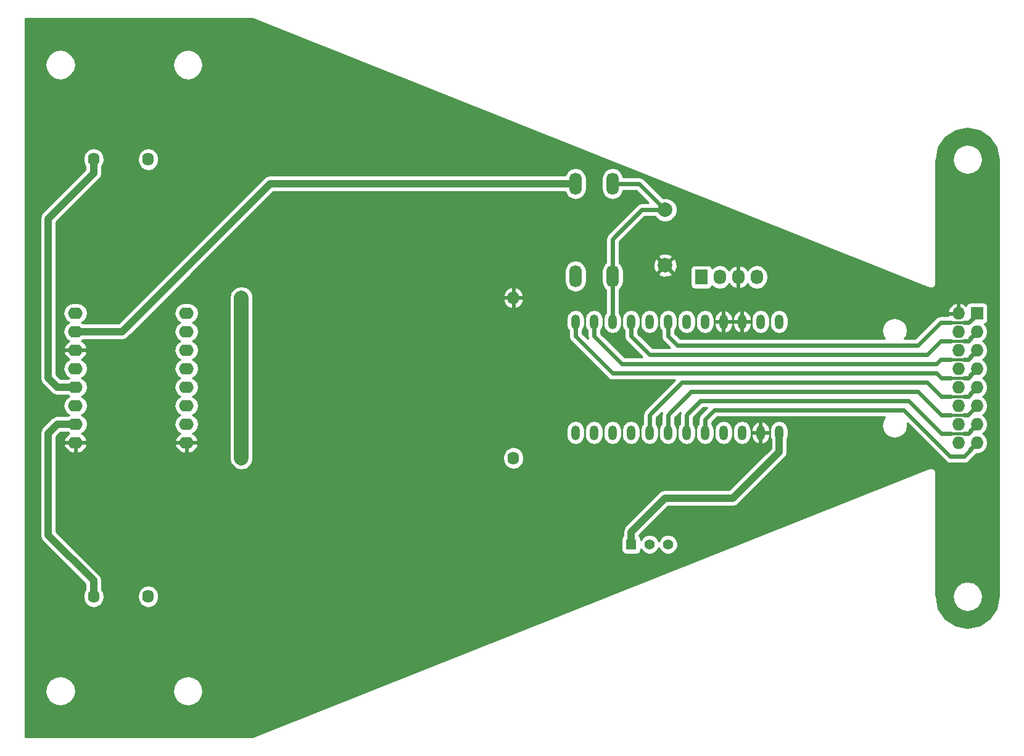
<source format=gbl>
G04 #@! TF.FileFunction,Copper,L2,Bot,Signal*
%FSLAX46Y46*%
G04 Gerber Fmt 4.6, Leading zero omitted, Abs format (unit mm)*
G04 Created by KiCad (PCBNEW 4.0.5+dfsg1-4~bpo8+1) date Sun Mar 12 21:32:37 2017*
%MOMM*%
%LPD*%
G01*
G04 APERTURE LIST*
%ADD10C,0.100000*%
%ADD11O,1.600000X1.800000*%
%ADD12R,1.397000X1.397000*%
%ADD13C,1.397000*%
%ADD14O,1.727200X3.048000*%
%ADD15R,1.727200X1.727200*%
%ADD16O,1.727200X1.727200*%
%ADD17C,1.998980*%
%ADD18O,1.200000X2.000000*%
%ADD19R,1.727200X2.032000*%
%ADD20O,1.727200X2.032000*%
%ADD21O,2.000000X1.600000*%
%ADD22C,2.000000*%
%ADD23C,1.000000*%
%ADD24C,0.609600*%
%ADD25C,0.406400*%
%ADD26C,0.254000*%
G04 APERTURE END LIST*
D10*
D11*
X98550000Y-135000000D03*
X106050000Y-135000000D03*
X156170000Y-116000000D03*
X156170000Y-116000000D03*
X118830000Y-116000000D03*
X118830000Y-94000000D03*
X118830000Y-94000000D03*
X156170000Y-94000000D03*
X98550000Y-75000000D03*
X106050000Y-75000000D03*
D12*
X172320000Y-127860000D03*
D13*
X174860000Y-127860000D03*
X177400000Y-127860000D03*
D14*
X169780000Y-91030000D03*
X164700000Y-91030000D03*
X169780000Y-78330000D03*
X164700000Y-78330000D03*
D15*
X219790000Y-96130000D03*
D16*
X217250000Y-96130000D03*
X219790000Y-98670000D03*
X217250000Y-98670000D03*
X219790000Y-101210000D03*
X217250000Y-101210000D03*
X219790000Y-103750000D03*
X217250000Y-103750000D03*
X219790000Y-106290000D03*
X217250000Y-106290000D03*
X219790000Y-108830000D03*
X217250000Y-108830000D03*
X219790000Y-111370000D03*
X217250000Y-111370000D03*
X219790000Y-113910000D03*
X217250000Y-113910000D03*
D17*
X177005000Y-81925000D03*
X177005000Y-89545000D03*
D18*
X192640000Y-112520008D03*
X192640000Y-97280003D03*
X190100000Y-112520008D03*
X190100000Y-97280003D03*
X187560000Y-112520008D03*
X187560000Y-97280003D03*
X185020000Y-112520008D03*
X185020000Y-97280003D03*
X182480000Y-112520008D03*
X182480000Y-97280003D03*
X179940000Y-112520008D03*
X179940000Y-97280003D03*
X177400000Y-112520008D03*
X177400000Y-97280003D03*
X174860000Y-112520008D03*
X174860000Y-97280003D03*
X172320000Y-112520008D03*
X172320000Y-97280003D03*
X169780000Y-112520008D03*
X169780000Y-97280003D03*
X167240000Y-112520008D03*
X167240000Y-97280003D03*
X164700000Y-112520008D03*
X164700000Y-97280003D03*
D19*
X181972000Y-91157000D03*
D20*
X184512000Y-91157000D03*
X187052000Y-91157000D03*
X189592000Y-91157000D03*
D21*
X96050000Y-96110000D03*
X96050000Y-98650000D03*
X96050000Y-101190000D03*
X96050000Y-103730000D03*
X96050000Y-106270000D03*
X96050000Y-108810000D03*
X96050000Y-111350000D03*
X96050000Y-113890000D03*
X111290000Y-113890000D03*
X111290000Y-111350000D03*
X111290000Y-108810000D03*
X111290000Y-106270000D03*
X111290000Y-103730000D03*
X111290000Y-101190000D03*
X111290000Y-98650000D03*
X111290000Y-96110000D03*
D22*
X118830000Y-94000000D02*
X118830000Y-116000000D01*
D23*
X96050000Y-106270000D02*
X93580000Y-106270000D01*
X93580000Y-106270000D02*
X92310000Y-105000000D01*
X92310000Y-105000000D02*
X92310000Y-83140000D01*
X92310000Y-83140000D02*
X98550000Y-76900000D01*
X98550000Y-76900000D02*
X98550000Y-75000000D01*
X96050000Y-111350000D02*
X93580000Y-111350000D01*
X93580000Y-111350000D02*
X92310000Y-112620000D01*
X92310000Y-112620000D02*
X92310000Y-126590000D01*
X92310000Y-126590000D02*
X98550000Y-132830000D01*
X98550000Y-132830000D02*
X98550000Y-135000000D01*
D24*
X177400000Y-97280003D02*
X177400000Y-99285000D01*
X214881801Y-97396801D02*
X216151801Y-97396801D01*
X177400000Y-99285000D02*
X178670000Y-100555000D01*
X178670000Y-100555000D02*
X211690000Y-100555000D01*
X211690000Y-100555000D02*
X214848199Y-97396801D01*
X214848199Y-97396801D02*
X214881801Y-97396801D01*
D25*
X218040000Y-97380000D02*
X217874866Y-97380000D01*
X217874866Y-97380000D02*
X217858065Y-97396801D01*
X217858065Y-97396801D02*
X216151801Y-97396801D01*
D24*
X218675000Y-97380000D02*
X218040000Y-97380000D01*
X219790000Y-96265000D02*
X218675000Y-97380000D01*
X219790000Y-96130000D02*
X219790000Y-96265000D01*
X172320000Y-97280003D02*
X172320000Y-99285000D01*
X174860000Y-101825000D02*
X212960000Y-101825000D01*
X172320000Y-99285000D02*
X174860000Y-101825000D01*
X214881801Y-99936801D02*
X216151801Y-99936801D01*
X212960000Y-101825000D02*
X214848199Y-99936801D01*
X214848199Y-99936801D02*
X214881801Y-99936801D01*
D25*
X218040000Y-99920000D02*
X217874866Y-99920000D01*
X217874866Y-99920000D02*
X217858065Y-99936801D01*
X217858065Y-99936801D02*
X216151801Y-99936801D01*
D24*
X218675000Y-99920000D02*
X218040000Y-99920000D01*
X218926401Y-99668599D02*
X218675000Y-99920000D01*
X219790000Y-98670000D02*
X218926401Y-99533599D01*
X218926401Y-99533599D02*
X218926401Y-99668599D01*
X167240000Y-97280003D02*
X167240000Y-99285000D01*
X167240000Y-99285000D02*
X171050000Y-103095000D01*
X171050000Y-103095000D02*
X214230000Y-103095000D01*
X214230000Y-103095000D02*
X214848199Y-102476801D01*
X214848199Y-102476801D02*
X214881801Y-102476801D01*
X214881801Y-102476801D02*
X216151801Y-102476801D01*
D25*
X218040000Y-102460000D02*
X217874866Y-102460000D01*
X217874866Y-102460000D02*
X217858065Y-102476801D01*
X217858065Y-102476801D02*
X216151801Y-102476801D01*
D24*
X218675000Y-102460000D02*
X218040000Y-102460000D01*
X218926401Y-102208599D02*
X218675000Y-102460000D01*
X219790000Y-101210000D02*
X218926401Y-102073599D01*
X218926401Y-102073599D02*
X218926401Y-102208599D01*
X164700000Y-97280003D02*
X164700000Y-99285000D01*
X164700000Y-99285000D02*
X169780000Y-104365000D01*
X169780000Y-104365000D02*
X214230000Y-104365000D01*
X214230000Y-104365000D02*
X214881801Y-105016801D01*
X214881801Y-105016801D02*
X216151801Y-105016801D01*
D25*
X218040000Y-105000000D02*
X217874866Y-105000000D01*
X217874866Y-105000000D02*
X217858065Y-105016801D01*
X217858065Y-105016801D02*
X216151801Y-105016801D01*
D24*
X218675000Y-105000000D02*
X218040000Y-105000000D01*
X218926401Y-104748599D02*
X218675000Y-105000000D01*
X219790000Y-103750000D02*
X218926401Y-104613599D01*
X218926401Y-104613599D02*
X218926401Y-104748599D01*
X216151801Y-107556801D02*
X214881801Y-107556801D01*
X214881801Y-107556801D02*
X212960000Y-105635000D01*
X212960000Y-105635000D02*
X179305000Y-105635000D01*
X179305000Y-105635000D02*
X174860000Y-110080000D01*
X174860000Y-110080000D02*
X174860000Y-112520008D01*
D25*
X218040000Y-107540000D02*
X217874866Y-107540000D01*
X217874866Y-107540000D02*
X217858065Y-107556801D01*
X217858065Y-107556801D02*
X216151801Y-107556801D01*
D24*
X218675000Y-107540000D02*
X218040000Y-107540000D01*
X218926401Y-107288599D02*
X218675000Y-107540000D01*
X219790000Y-106290000D02*
X218926401Y-107153599D01*
X218926401Y-107153599D02*
X218926401Y-107288599D01*
X216151801Y-110096801D02*
X214881801Y-110096801D01*
X214881801Y-110096801D02*
X211690000Y-106905000D01*
X211690000Y-106905000D02*
X180575000Y-106905000D01*
X180575000Y-106905000D02*
X177400000Y-110080000D01*
X177400000Y-110080000D02*
X177400000Y-112520008D01*
D25*
X218040000Y-110080000D02*
X217874866Y-110080000D01*
X217874866Y-110080000D02*
X217858065Y-110096801D01*
X217858065Y-110096801D02*
X216151801Y-110096801D01*
D24*
X218540000Y-110080000D02*
X218040000Y-110080000D01*
X219790000Y-108830000D02*
X218540000Y-110080000D01*
D23*
X122790000Y-78330000D02*
X148825000Y-78330000D01*
X148825000Y-78330000D02*
X164700000Y-78330000D01*
X102470000Y-98650000D02*
X122790000Y-78330000D01*
X96050000Y-98650000D02*
X102470000Y-98650000D01*
D24*
X216151801Y-112636801D02*
X214881801Y-112636801D01*
X214881801Y-112636801D02*
X210420000Y-108175000D01*
X210420000Y-108175000D02*
X181845000Y-108175000D01*
X181845000Y-108175000D02*
X179940000Y-110080000D01*
X179940000Y-110080000D02*
X179940000Y-112520008D01*
D25*
X216151801Y-112636801D02*
X216135000Y-112620000D01*
X218040000Y-112620000D02*
X217874866Y-112620000D01*
X217874866Y-112620000D02*
X217858065Y-112636801D01*
X217858065Y-112636801D02*
X216151801Y-112636801D01*
D24*
X218675000Y-112620000D02*
X218040000Y-112620000D01*
X218926401Y-112368599D02*
X218675000Y-112620000D01*
X219790000Y-111370000D02*
X218926401Y-112233599D01*
X218926401Y-112233599D02*
X218926401Y-112368599D01*
X219790000Y-113910000D02*
X218926401Y-114773599D01*
X216135000Y-115795000D02*
X209785000Y-109445000D01*
X218926401Y-114773599D02*
X218926401Y-114908599D01*
X218926401Y-114908599D02*
X218040000Y-115795000D01*
X218040000Y-115795000D02*
X216135000Y-115795000D01*
X209785000Y-109445000D02*
X183750000Y-109445000D01*
X183750000Y-109445000D02*
X182480000Y-110715000D01*
X182480000Y-110715000D02*
X182480000Y-112520008D01*
X169780000Y-91030000D02*
X169780000Y-97280003D01*
X173805000Y-81925000D02*
X169780000Y-85950000D01*
X169780000Y-85950000D02*
X169780000Y-91030000D01*
X177005000Y-81925000D02*
X173805000Y-81925000D01*
X169780000Y-78330000D02*
X173410000Y-78330000D01*
X173410000Y-78330000D02*
X177005000Y-81925000D01*
D23*
X172320000Y-127860000D02*
X172320000Y-126161500D01*
X172320000Y-126161500D02*
X176971500Y-121510000D01*
X176971500Y-121510000D02*
X186290000Y-121510000D01*
X192640000Y-115160000D02*
X186290000Y-121510000D01*
X192640000Y-112520008D02*
X192640000Y-115160000D01*
D26*
G36*
X213247878Y-92640078D02*
X213374679Y-92663453D01*
X213501100Y-92688600D01*
X213505906Y-92687644D01*
X213510723Y-92688532D01*
X213636821Y-92661603D01*
X213763238Y-92636457D01*
X213767309Y-92633737D01*
X213772103Y-92632713D01*
X213878320Y-92559562D01*
X213985468Y-92487968D01*
X213988189Y-92483895D01*
X213992225Y-92481116D01*
X214062361Y-92372889D01*
X214133957Y-92265738D01*
X214134912Y-92260935D01*
X214137578Y-92256822D01*
X214160954Y-92130015D01*
X214186100Y-92003600D01*
X214186100Y-75071067D01*
X214199520Y-75003600D01*
X216416100Y-75003600D01*
X216574811Y-75801495D01*
X217026782Y-76477918D01*
X217703205Y-76929889D01*
X218501100Y-77088600D01*
X219298995Y-76929889D01*
X219975418Y-76477918D01*
X220427389Y-75801495D01*
X220586100Y-75003600D01*
X220427389Y-74205705D01*
X219975418Y-73529282D01*
X219298995Y-73077311D01*
X218501100Y-72918600D01*
X217703205Y-73077311D01*
X217026782Y-73529282D01*
X216574811Y-74205705D01*
X216416100Y-75003600D01*
X214199520Y-75003600D01*
X214526958Y-73357458D01*
X215459423Y-71961924D01*
X216854956Y-71029458D01*
X218501100Y-70702020D01*
X220147242Y-71029458D01*
X221542776Y-71961923D01*
X222475242Y-73357456D01*
X222816100Y-75071067D01*
X222816100Y-134936133D01*
X222475242Y-136649744D01*
X221542776Y-138045277D01*
X220147242Y-138977742D01*
X218501100Y-139305180D01*
X216854956Y-138977742D01*
X215459423Y-138045276D01*
X214526958Y-136649742D01*
X214199521Y-135003600D01*
X216416100Y-135003600D01*
X216574811Y-135801495D01*
X217026782Y-136477918D01*
X217703205Y-136929889D01*
X218501100Y-137088600D01*
X219298995Y-136929889D01*
X219975418Y-136477918D01*
X220427389Y-135801495D01*
X220586100Y-135003600D01*
X220427389Y-134205705D01*
X219975418Y-133529282D01*
X219298995Y-133077311D01*
X218501100Y-132918600D01*
X217703205Y-133077311D01*
X217026782Y-133529282D01*
X216574811Y-134205705D01*
X216416100Y-135003600D01*
X214199521Y-135003600D01*
X214186100Y-134936133D01*
X214186100Y-118003600D01*
X214160954Y-117877185D01*
X214137578Y-117750378D01*
X214134912Y-117746265D01*
X214133957Y-117741462D01*
X214062361Y-117634311D01*
X213992225Y-117526084D01*
X213988189Y-117523305D01*
X213985468Y-117519232D01*
X213878320Y-117447638D01*
X213772103Y-117374487D01*
X213767309Y-117373463D01*
X213763238Y-117370743D01*
X213636821Y-117345597D01*
X213510723Y-117318668D01*
X213505906Y-117319556D01*
X213501100Y-117318600D01*
X213374679Y-117343747D01*
X213247878Y-117367122D01*
X120369841Y-154318600D01*
X89186100Y-154318600D01*
X89186100Y-148003600D01*
X91916100Y-148003600D01*
X92074811Y-148801495D01*
X92526782Y-149477918D01*
X93203205Y-149929889D01*
X94001100Y-150088600D01*
X94798995Y-149929889D01*
X95475418Y-149477918D01*
X95927389Y-148801495D01*
X96086100Y-148003600D01*
X109416100Y-148003600D01*
X109574811Y-148801495D01*
X110026782Y-149477918D01*
X110703205Y-149929889D01*
X111501100Y-150088600D01*
X112298995Y-149929889D01*
X112975418Y-149477918D01*
X113427389Y-148801495D01*
X113586100Y-148003600D01*
X113427389Y-147205705D01*
X112975418Y-146529282D01*
X112298995Y-146077311D01*
X111501100Y-145918600D01*
X110703205Y-146077311D01*
X110026782Y-146529282D01*
X109574811Y-147205705D01*
X109416100Y-148003600D01*
X96086100Y-148003600D01*
X95927389Y-147205705D01*
X95475418Y-146529282D01*
X94798995Y-146077311D01*
X94001100Y-145918600D01*
X93203205Y-146077311D01*
X92526782Y-146529282D01*
X92074811Y-147205705D01*
X91916100Y-148003600D01*
X89186100Y-148003600D01*
X89186100Y-83140000D01*
X91175000Y-83140000D01*
X91175000Y-105000000D01*
X91261397Y-105434346D01*
X91488611Y-105774396D01*
X91507434Y-105802566D01*
X92777434Y-107072566D01*
X93145654Y-107318603D01*
X93580000Y-107405000D01*
X94983314Y-107405000D01*
X95185356Y-107540000D01*
X94803270Y-107795302D01*
X94492201Y-108260849D01*
X94382968Y-108810000D01*
X94492201Y-109359151D01*
X94803270Y-109824698D01*
X95185356Y-110080000D01*
X94983314Y-110215000D01*
X93580000Y-110215000D01*
X93145654Y-110301397D01*
X92952887Y-110430200D01*
X92777434Y-110547434D01*
X91507434Y-111817434D01*
X91261397Y-112185654D01*
X91175000Y-112620000D01*
X91175000Y-126590000D01*
X91261397Y-127024346D01*
X91385516Y-127210103D01*
X91507434Y-127392566D01*
X97415000Y-133300132D01*
X97415000Y-134035274D01*
X97224233Y-134320777D01*
X97115000Y-134869928D01*
X97115000Y-135130072D01*
X97224233Y-135679223D01*
X97535302Y-136144770D01*
X98000849Y-136455839D01*
X98550000Y-136565072D01*
X99099151Y-136455839D01*
X99564698Y-136144770D01*
X99875767Y-135679223D01*
X99985000Y-135130072D01*
X99985000Y-134869928D01*
X104615000Y-134869928D01*
X104615000Y-135130072D01*
X104724233Y-135679223D01*
X105035302Y-136144770D01*
X105500849Y-136455839D01*
X106050000Y-136565072D01*
X106599151Y-136455839D01*
X107064698Y-136144770D01*
X107375767Y-135679223D01*
X107485000Y-135130072D01*
X107485000Y-134869928D01*
X107375767Y-134320777D01*
X107064698Y-133855230D01*
X106599151Y-133544161D01*
X106050000Y-133434928D01*
X105500849Y-133544161D01*
X105035302Y-133855230D01*
X104724233Y-134320777D01*
X104615000Y-134869928D01*
X99985000Y-134869928D01*
X99875767Y-134320777D01*
X99685000Y-134035274D01*
X99685000Y-132830000D01*
X99598604Y-132395655D01*
X99352566Y-132027434D01*
X94486632Y-127161500D01*
X170974060Y-127161500D01*
X170974060Y-128558500D01*
X171018338Y-128793817D01*
X171157410Y-129009941D01*
X171369610Y-129154931D01*
X171621500Y-129205940D01*
X173018500Y-129205940D01*
X173253817Y-129161662D01*
X173469941Y-129022590D01*
X173614931Y-128810390D01*
X173665940Y-128558500D01*
X173665940Y-128462116D01*
X173728854Y-128614380D01*
X174103647Y-128989827D01*
X174593587Y-129193268D01*
X175124086Y-129193731D01*
X175614380Y-128991146D01*
X175989827Y-128616353D01*
X176130094Y-128278554D01*
X176268854Y-128614380D01*
X176643647Y-128989827D01*
X177133587Y-129193268D01*
X177664086Y-129193731D01*
X178154380Y-128991146D01*
X178529827Y-128616353D01*
X178733268Y-128126413D01*
X178733731Y-127595914D01*
X178531146Y-127105620D01*
X178156353Y-126730173D01*
X177666413Y-126526732D01*
X177135914Y-126526269D01*
X176645620Y-126728854D01*
X176270173Y-127103647D01*
X176129906Y-127441446D01*
X175991146Y-127105620D01*
X175616353Y-126730173D01*
X175126413Y-126526732D01*
X174595914Y-126526269D01*
X174105620Y-126728854D01*
X173730173Y-127103647D01*
X173665940Y-127258337D01*
X173665940Y-127161500D01*
X173621662Y-126926183D01*
X173482590Y-126710059D01*
X173455000Y-126691208D01*
X173455000Y-126631632D01*
X177441632Y-122645000D01*
X186290000Y-122645000D01*
X186724346Y-122558603D01*
X187092566Y-122312566D01*
X193442566Y-115962566D01*
X193656854Y-115641861D01*
X193688603Y-115594346D01*
X193775000Y-115160000D01*
X193775000Y-113433620D01*
X193780991Y-113424654D01*
X193875000Y-112952040D01*
X193875000Y-112087976D01*
X193780991Y-111615362D01*
X193513277Y-111214699D01*
X193112614Y-110946985D01*
X192640000Y-110852976D01*
X192167386Y-110946985D01*
X191766723Y-111214699D01*
X191499009Y-111615362D01*
X191405000Y-112087976D01*
X191405000Y-112952040D01*
X191499009Y-113424654D01*
X191505000Y-113433620D01*
X191505000Y-114689868D01*
X185819868Y-120375000D01*
X176971500Y-120375000D01*
X176537154Y-120461397D01*
X176168934Y-120707434D01*
X171517434Y-125358934D01*
X171271397Y-125727154D01*
X171185000Y-126161500D01*
X171185000Y-126687796D01*
X171170059Y-126697410D01*
X171025069Y-126909610D01*
X170974060Y-127161500D01*
X94486632Y-127161500D01*
X93445000Y-126119868D01*
X93445000Y-114239039D01*
X94458096Y-114239039D01*
X94468558Y-114296730D01*
X94729363Y-114794424D01*
X95160774Y-115154428D01*
X95697114Y-115321934D01*
X95923000Y-115169471D01*
X95923000Y-114017000D01*
X96177000Y-114017000D01*
X96177000Y-115169471D01*
X96402886Y-115321934D01*
X96939226Y-115154428D01*
X97370637Y-114794424D01*
X97631442Y-114296730D01*
X97641904Y-114239039D01*
X109698096Y-114239039D01*
X109708558Y-114296730D01*
X109969363Y-114794424D01*
X110400774Y-115154428D01*
X110937114Y-115321934D01*
X111163000Y-115169471D01*
X111163000Y-114017000D01*
X111417000Y-114017000D01*
X111417000Y-115169471D01*
X111642886Y-115321934D01*
X112179226Y-115154428D01*
X112610637Y-114794424D01*
X112871442Y-114296730D01*
X112881904Y-114239039D01*
X112759915Y-114017000D01*
X111417000Y-114017000D01*
X111163000Y-114017000D01*
X109820085Y-114017000D01*
X109698096Y-114239039D01*
X97641904Y-114239039D01*
X97519915Y-114017000D01*
X96177000Y-114017000D01*
X95923000Y-114017000D01*
X94580085Y-114017000D01*
X94458096Y-114239039D01*
X93445000Y-114239039D01*
X93445000Y-113090132D01*
X94050132Y-112485000D01*
X94983314Y-112485000D01*
X95183209Y-112618565D01*
X95160774Y-112625572D01*
X94729363Y-112985576D01*
X94468558Y-113483270D01*
X94458096Y-113540961D01*
X94580085Y-113763000D01*
X95923000Y-113763000D01*
X95923000Y-113743000D01*
X96177000Y-113743000D01*
X96177000Y-113763000D01*
X97519915Y-113763000D01*
X97641904Y-113540961D01*
X97631442Y-113483270D01*
X97370637Y-112985576D01*
X96939226Y-112625572D01*
X96916791Y-112618565D01*
X97296730Y-112364698D01*
X97607799Y-111899151D01*
X97717032Y-111350000D01*
X97607799Y-110800849D01*
X97296730Y-110335302D01*
X96914644Y-110080000D01*
X97296730Y-109824698D01*
X97607799Y-109359151D01*
X97717032Y-108810000D01*
X97607799Y-108260849D01*
X97296730Y-107795302D01*
X96914644Y-107540000D01*
X97296730Y-107284698D01*
X97607799Y-106819151D01*
X97717032Y-106270000D01*
X97607799Y-105720849D01*
X97296730Y-105255302D01*
X96914644Y-105000000D01*
X97296730Y-104744698D01*
X97607799Y-104279151D01*
X97717032Y-103730000D01*
X97607799Y-103180849D01*
X97296730Y-102715302D01*
X96916791Y-102461435D01*
X96939226Y-102454428D01*
X97370637Y-102094424D01*
X97631442Y-101596730D01*
X97641904Y-101539039D01*
X97519915Y-101317000D01*
X96177000Y-101317000D01*
X96177000Y-101337000D01*
X95923000Y-101337000D01*
X95923000Y-101317000D01*
X94580085Y-101317000D01*
X94458096Y-101539039D01*
X94468558Y-101596730D01*
X94729363Y-102094424D01*
X95160774Y-102454428D01*
X95183209Y-102461435D01*
X94803270Y-102715302D01*
X94492201Y-103180849D01*
X94382968Y-103730000D01*
X94492201Y-104279151D01*
X94803270Y-104744698D01*
X95185356Y-105000000D01*
X94983314Y-105135000D01*
X94050132Y-105135000D01*
X93445000Y-104529868D01*
X93445000Y-96110000D01*
X94382968Y-96110000D01*
X94492201Y-96659151D01*
X94803270Y-97124698D01*
X95185356Y-97380000D01*
X94803270Y-97635302D01*
X94492201Y-98100849D01*
X94382968Y-98650000D01*
X94492201Y-99199151D01*
X94803270Y-99664698D01*
X95183209Y-99918565D01*
X95160774Y-99925572D01*
X94729363Y-100285576D01*
X94468558Y-100783270D01*
X94458096Y-100840961D01*
X94580085Y-101063000D01*
X95923000Y-101063000D01*
X95923000Y-101043000D01*
X96177000Y-101043000D01*
X96177000Y-101063000D01*
X97519915Y-101063000D01*
X97641904Y-100840961D01*
X97631442Y-100783270D01*
X97370637Y-100285576D01*
X96939226Y-99925572D01*
X96916791Y-99918565D01*
X97116686Y-99785000D01*
X102470000Y-99785000D01*
X102904346Y-99698603D01*
X103272566Y-99452566D01*
X106615132Y-96110000D01*
X109622968Y-96110000D01*
X109732201Y-96659151D01*
X110043270Y-97124698D01*
X110425356Y-97380000D01*
X110043270Y-97635302D01*
X109732201Y-98100849D01*
X109622968Y-98650000D01*
X109732201Y-99199151D01*
X110043270Y-99664698D01*
X110425356Y-99920000D01*
X110043270Y-100175302D01*
X109732201Y-100640849D01*
X109622968Y-101190000D01*
X109732201Y-101739151D01*
X110043270Y-102204698D01*
X110425356Y-102460000D01*
X110043270Y-102715302D01*
X109732201Y-103180849D01*
X109622968Y-103730000D01*
X109732201Y-104279151D01*
X110043270Y-104744698D01*
X110425356Y-105000000D01*
X110043270Y-105255302D01*
X109732201Y-105720849D01*
X109622968Y-106270000D01*
X109732201Y-106819151D01*
X110043270Y-107284698D01*
X110425356Y-107540000D01*
X110043270Y-107795302D01*
X109732201Y-108260849D01*
X109622968Y-108810000D01*
X109732201Y-109359151D01*
X110043270Y-109824698D01*
X110425356Y-110080000D01*
X110043270Y-110335302D01*
X109732201Y-110800849D01*
X109622968Y-111350000D01*
X109732201Y-111899151D01*
X110043270Y-112364698D01*
X110423209Y-112618565D01*
X110400774Y-112625572D01*
X109969363Y-112985576D01*
X109708558Y-113483270D01*
X109698096Y-113540961D01*
X109820085Y-113763000D01*
X111163000Y-113763000D01*
X111163000Y-113743000D01*
X111417000Y-113743000D01*
X111417000Y-113763000D01*
X112759915Y-113763000D01*
X112881904Y-113540961D01*
X112871442Y-113483270D01*
X112610637Y-112985576D01*
X112179226Y-112625572D01*
X112156791Y-112618565D01*
X112536730Y-112364698D01*
X112847799Y-111899151D01*
X112957032Y-111350000D01*
X112847799Y-110800849D01*
X112536730Y-110335302D01*
X112154644Y-110080000D01*
X112536730Y-109824698D01*
X112847799Y-109359151D01*
X112957032Y-108810000D01*
X112847799Y-108260849D01*
X112536730Y-107795302D01*
X112154644Y-107540000D01*
X112536730Y-107284698D01*
X112847799Y-106819151D01*
X112957032Y-106270000D01*
X112847799Y-105720849D01*
X112536730Y-105255302D01*
X112154644Y-105000000D01*
X112536730Y-104744698D01*
X112847799Y-104279151D01*
X112957032Y-103730000D01*
X112847799Y-103180849D01*
X112536730Y-102715302D01*
X112154644Y-102460000D01*
X112536730Y-102204698D01*
X112847799Y-101739151D01*
X112957032Y-101190000D01*
X112847799Y-100640849D01*
X112536730Y-100175302D01*
X112154644Y-99920000D01*
X112536730Y-99664698D01*
X112847799Y-99199151D01*
X112957032Y-98650000D01*
X112847799Y-98100849D01*
X112536730Y-97635302D01*
X112154644Y-97380000D01*
X112536730Y-97124698D01*
X112847799Y-96659151D01*
X112957032Y-96110000D01*
X112847799Y-95560849D01*
X112536730Y-95095302D01*
X112071183Y-94784233D01*
X111522032Y-94675000D01*
X111057968Y-94675000D01*
X110508817Y-94784233D01*
X110043270Y-95095302D01*
X109732201Y-95560849D01*
X109622968Y-96110000D01*
X106615132Y-96110000D01*
X108725132Y-94000000D01*
X117195000Y-94000000D01*
X117195000Y-116000000D01*
X117319457Y-116625687D01*
X117673880Y-117156120D01*
X118204313Y-117510543D01*
X118830000Y-117635000D01*
X119455687Y-117510543D01*
X119986120Y-117156120D01*
X120340543Y-116625687D01*
X120465000Y-116000000D01*
X120465000Y-115869928D01*
X154735000Y-115869928D01*
X154735000Y-116130072D01*
X154844233Y-116679223D01*
X155155302Y-117144770D01*
X155620849Y-117455839D01*
X156170000Y-117565072D01*
X156719151Y-117455839D01*
X157184698Y-117144770D01*
X157495767Y-116679223D01*
X157605000Y-116130072D01*
X157605000Y-115869928D01*
X157495767Y-115320777D01*
X157184698Y-114855230D01*
X156719151Y-114544161D01*
X156170000Y-114434928D01*
X155620849Y-114544161D01*
X155155302Y-114855230D01*
X154844233Y-115320777D01*
X154735000Y-115869928D01*
X120465000Y-115869928D01*
X120465000Y-112087976D01*
X163465000Y-112087976D01*
X163465000Y-112952040D01*
X163559009Y-113424654D01*
X163826723Y-113825317D01*
X164227386Y-114093031D01*
X164700000Y-114187040D01*
X165172614Y-114093031D01*
X165573277Y-113825317D01*
X165840991Y-113424654D01*
X165935000Y-112952040D01*
X165935000Y-112087976D01*
X166005000Y-112087976D01*
X166005000Y-112952040D01*
X166099009Y-113424654D01*
X166366723Y-113825317D01*
X166767386Y-114093031D01*
X167240000Y-114187040D01*
X167712614Y-114093031D01*
X168113277Y-113825317D01*
X168380991Y-113424654D01*
X168475000Y-112952040D01*
X168475000Y-112087976D01*
X168545000Y-112087976D01*
X168545000Y-112952040D01*
X168639009Y-113424654D01*
X168906723Y-113825317D01*
X169307386Y-114093031D01*
X169780000Y-114187040D01*
X170252614Y-114093031D01*
X170653277Y-113825317D01*
X170920991Y-113424654D01*
X171015000Y-112952040D01*
X171015000Y-112087976D01*
X171085000Y-112087976D01*
X171085000Y-112952040D01*
X171179009Y-113424654D01*
X171446723Y-113825317D01*
X171847386Y-114093031D01*
X172320000Y-114187040D01*
X172792614Y-114093031D01*
X173193277Y-113825317D01*
X173460991Y-113424654D01*
X173555000Y-112952040D01*
X173555000Y-112087976D01*
X173460991Y-111615362D01*
X173193277Y-111214699D01*
X172792614Y-110946985D01*
X172320000Y-110852976D01*
X171847386Y-110946985D01*
X171446723Y-111214699D01*
X171179009Y-111615362D01*
X171085000Y-112087976D01*
X171015000Y-112087976D01*
X170920991Y-111615362D01*
X170653277Y-111214699D01*
X170252614Y-110946985D01*
X169780000Y-110852976D01*
X169307386Y-110946985D01*
X168906723Y-111214699D01*
X168639009Y-111615362D01*
X168545000Y-112087976D01*
X168475000Y-112087976D01*
X168380991Y-111615362D01*
X168113277Y-111214699D01*
X167712614Y-110946985D01*
X167240000Y-110852976D01*
X166767386Y-110946985D01*
X166366723Y-111214699D01*
X166099009Y-111615362D01*
X166005000Y-112087976D01*
X165935000Y-112087976D01*
X165840991Y-111615362D01*
X165573277Y-111214699D01*
X165172614Y-110946985D01*
X164700000Y-110852976D01*
X164227386Y-110946985D01*
X163826723Y-111214699D01*
X163559009Y-111615362D01*
X163465000Y-112087976D01*
X120465000Y-112087976D01*
X120465000Y-96847971D01*
X163465000Y-96847971D01*
X163465000Y-97712035D01*
X163559009Y-98184649D01*
X163760200Y-98485753D01*
X163760200Y-99285000D01*
X163831738Y-99644646D01*
X164035461Y-99949539D01*
X169115461Y-105029539D01*
X169420354Y-105233262D01*
X169780000Y-105304800D01*
X178306122Y-105304800D01*
X174195461Y-109415461D01*
X173991738Y-109720354D01*
X173920200Y-110080000D01*
X173920200Y-111314258D01*
X173719009Y-111615362D01*
X173625000Y-112087976D01*
X173625000Y-112952040D01*
X173719009Y-113424654D01*
X173986723Y-113825317D01*
X174387386Y-114093031D01*
X174860000Y-114187040D01*
X175332614Y-114093031D01*
X175733277Y-113825317D01*
X176000991Y-113424654D01*
X176095000Y-112952040D01*
X176095000Y-112087976D01*
X176000991Y-111615362D01*
X175799800Y-111314258D01*
X175799800Y-110469278D01*
X176527520Y-109741558D01*
X176460200Y-110080000D01*
X176460200Y-111314258D01*
X176259009Y-111615362D01*
X176165000Y-112087976D01*
X176165000Y-112952040D01*
X176259009Y-113424654D01*
X176526723Y-113825317D01*
X176927386Y-114093031D01*
X177400000Y-114187040D01*
X177872614Y-114093031D01*
X178273277Y-113825317D01*
X178540991Y-113424654D01*
X178635000Y-112952040D01*
X178635000Y-112087976D01*
X178540991Y-111615362D01*
X178339800Y-111314258D01*
X178339800Y-110469278D01*
X179067520Y-109741558D01*
X179000200Y-110080000D01*
X179000200Y-111314258D01*
X178799009Y-111615362D01*
X178705000Y-112087976D01*
X178705000Y-112952040D01*
X178799009Y-113424654D01*
X179066723Y-113825317D01*
X179467386Y-114093031D01*
X179940000Y-114187040D01*
X180412614Y-114093031D01*
X180813277Y-113825317D01*
X181080991Y-113424654D01*
X181175000Y-112952040D01*
X181175000Y-112087976D01*
X181080991Y-111615362D01*
X180879800Y-111314258D01*
X180879800Y-110469278D01*
X182234278Y-109114800D01*
X182751122Y-109114800D01*
X181815461Y-110050461D01*
X181611738Y-110355354D01*
X181540200Y-110715000D01*
X181540200Y-111314258D01*
X181339009Y-111615362D01*
X181245000Y-112087976D01*
X181245000Y-112952040D01*
X181339009Y-113424654D01*
X181606723Y-113825317D01*
X182007386Y-114093031D01*
X182480000Y-114187040D01*
X182952614Y-114093031D01*
X183353277Y-113825317D01*
X183620991Y-113424654D01*
X183715000Y-112952040D01*
X183715000Y-112087976D01*
X183785000Y-112087976D01*
X183785000Y-112952040D01*
X183879009Y-113424654D01*
X184146723Y-113825317D01*
X184547386Y-114093031D01*
X185020000Y-114187040D01*
X185492614Y-114093031D01*
X185893277Y-113825317D01*
X186160991Y-113424654D01*
X186255000Y-112952040D01*
X186255000Y-112087976D01*
X186325000Y-112087976D01*
X186325000Y-112952040D01*
X186419009Y-113424654D01*
X186686723Y-113825317D01*
X187087386Y-114093031D01*
X187560000Y-114187040D01*
X188032614Y-114093031D01*
X188433277Y-113825317D01*
X188700991Y-113424654D01*
X188795000Y-112952040D01*
X188795000Y-112647008D01*
X188865000Y-112647008D01*
X188865000Y-113047008D01*
X189007610Y-113509955D01*
X189316526Y-113883088D01*
X189744719Y-114109600D01*
X189782391Y-114113470D01*
X189973000Y-113988739D01*
X189973000Y-112647008D01*
X190227000Y-112647008D01*
X190227000Y-113988739D01*
X190417609Y-114113470D01*
X190455281Y-114109600D01*
X190883474Y-113883088D01*
X191192390Y-113509955D01*
X191335000Y-113047008D01*
X191335000Y-112647008D01*
X190227000Y-112647008D01*
X189973000Y-112647008D01*
X188865000Y-112647008D01*
X188795000Y-112647008D01*
X188795000Y-112087976D01*
X188776110Y-111993008D01*
X188865000Y-111993008D01*
X188865000Y-112393008D01*
X189973000Y-112393008D01*
X189973000Y-111051277D01*
X190227000Y-111051277D01*
X190227000Y-112393008D01*
X191335000Y-112393008D01*
X191335000Y-111993008D01*
X191192390Y-111530061D01*
X190883474Y-111156928D01*
X190455281Y-110930416D01*
X190417609Y-110926546D01*
X190227000Y-111051277D01*
X189973000Y-111051277D01*
X189782391Y-110926546D01*
X189744719Y-110930416D01*
X189316526Y-111156928D01*
X189007610Y-111530061D01*
X188865000Y-111993008D01*
X188776110Y-111993008D01*
X188700991Y-111615362D01*
X188433277Y-111214699D01*
X188032614Y-110946985D01*
X187560000Y-110852976D01*
X187087386Y-110946985D01*
X186686723Y-111214699D01*
X186419009Y-111615362D01*
X186325000Y-112087976D01*
X186255000Y-112087976D01*
X186160991Y-111615362D01*
X185893277Y-111214699D01*
X185492614Y-110946985D01*
X185020000Y-110852976D01*
X184547386Y-110946985D01*
X184146723Y-111214699D01*
X183879009Y-111615362D01*
X183785000Y-112087976D01*
X183715000Y-112087976D01*
X183620991Y-111615362D01*
X183419800Y-111314258D01*
X183419800Y-111104278D01*
X184139278Y-110384800D01*
X207143107Y-110384800D01*
X206851975Y-110820510D01*
X206716100Y-111503600D01*
X206851975Y-112186690D01*
X207238914Y-112765786D01*
X207818010Y-113152725D01*
X208501100Y-113288600D01*
X209184190Y-113152725D01*
X209763286Y-112765786D01*
X210150225Y-112186690D01*
X210286100Y-111503600D01*
X210229382Y-111218460D01*
X215470461Y-116459539D01*
X215775354Y-116663262D01*
X216135000Y-116734800D01*
X218040000Y-116734800D01*
X218399646Y-116663262D01*
X218704539Y-116459539D01*
X219590940Y-115573138D01*
X219694020Y-115418867D01*
X219790000Y-115437959D01*
X220363489Y-115323885D01*
X220849670Y-114999029D01*
X221174526Y-114512848D01*
X221288600Y-113939359D01*
X221288600Y-113880641D01*
X221174526Y-113307152D01*
X220849670Y-112820971D01*
X220578828Y-112640000D01*
X220849670Y-112459029D01*
X221174526Y-111972848D01*
X221288600Y-111399359D01*
X221288600Y-111340641D01*
X221174526Y-110767152D01*
X220849670Y-110280971D01*
X220578828Y-110100000D01*
X220849670Y-109919029D01*
X221174526Y-109432848D01*
X221288600Y-108859359D01*
X221288600Y-108800641D01*
X221174526Y-108227152D01*
X220849670Y-107740971D01*
X220578828Y-107560000D01*
X220849670Y-107379029D01*
X221174526Y-106892848D01*
X221288600Y-106319359D01*
X221288600Y-106260641D01*
X221174526Y-105687152D01*
X220849670Y-105200971D01*
X220578828Y-105020000D01*
X220849670Y-104839029D01*
X221174526Y-104352848D01*
X221288600Y-103779359D01*
X221288600Y-103720641D01*
X221174526Y-103147152D01*
X220849670Y-102660971D01*
X220578828Y-102480000D01*
X220849670Y-102299029D01*
X221174526Y-101812848D01*
X221288600Y-101239359D01*
X221288600Y-101180641D01*
X221174526Y-100607152D01*
X220849670Y-100120971D01*
X220578828Y-99940000D01*
X220849670Y-99759029D01*
X221174526Y-99272848D01*
X221288600Y-98699359D01*
X221288600Y-98640641D01*
X221174526Y-98067152D01*
X220863426Y-97601558D01*
X220888917Y-97596762D01*
X221105041Y-97457690D01*
X221250031Y-97245490D01*
X221301040Y-96993600D01*
X221301040Y-95266400D01*
X221256762Y-95031083D01*
X221117690Y-94814959D01*
X220905490Y-94669969D01*
X220653600Y-94618960D01*
X218926400Y-94618960D01*
X218691083Y-94663238D01*
X218474959Y-94802310D01*
X218329969Y-95014510D01*
X218310961Y-95108375D01*
X218024947Y-94847312D01*
X217609026Y-94675042D01*
X217377000Y-94796183D01*
X217377000Y-96003000D01*
X217397000Y-96003000D01*
X217397000Y-96257000D01*
X217377000Y-96257000D01*
X217377000Y-96277000D01*
X217123000Y-96277000D01*
X217123000Y-96257000D01*
X215915531Y-96257000D01*
X215811664Y-96457001D01*
X214848199Y-96457001D01*
X214488553Y-96528539D01*
X214183660Y-96732262D01*
X211300722Y-99615200D01*
X209863904Y-99615200D01*
X210150225Y-99186690D01*
X210286100Y-98503600D01*
X210150225Y-97820510D01*
X209763286Y-97241414D01*
X209184190Y-96854475D01*
X208501100Y-96718600D01*
X207818010Y-96854475D01*
X207238914Y-97241414D01*
X206851975Y-97820510D01*
X206716100Y-98503600D01*
X206851975Y-99186690D01*
X207138296Y-99615200D01*
X179059278Y-99615200D01*
X178339800Y-98895722D01*
X178339800Y-98485753D01*
X178540991Y-98184649D01*
X178635000Y-97712035D01*
X178635000Y-96847971D01*
X178705000Y-96847971D01*
X178705000Y-97712035D01*
X178799009Y-98184649D01*
X179066723Y-98585312D01*
X179467386Y-98853026D01*
X179940000Y-98947035D01*
X180412614Y-98853026D01*
X180813277Y-98585312D01*
X181080991Y-98184649D01*
X181175000Y-97712035D01*
X181175000Y-96847971D01*
X181245000Y-96847971D01*
X181245000Y-97712035D01*
X181339009Y-98184649D01*
X181606723Y-98585312D01*
X182007386Y-98853026D01*
X182480000Y-98947035D01*
X182952614Y-98853026D01*
X183353277Y-98585312D01*
X183620991Y-98184649D01*
X183715000Y-97712035D01*
X183715000Y-97407003D01*
X183785000Y-97407003D01*
X183785000Y-97807003D01*
X183927610Y-98269950D01*
X184236526Y-98643083D01*
X184664719Y-98869595D01*
X184702391Y-98873465D01*
X184893000Y-98748734D01*
X184893000Y-97407003D01*
X185147000Y-97407003D01*
X185147000Y-98748734D01*
X185337609Y-98873465D01*
X185375281Y-98869595D01*
X185803474Y-98643083D01*
X186112390Y-98269950D01*
X186255000Y-97807003D01*
X186255000Y-97407003D01*
X186325000Y-97407003D01*
X186325000Y-97807003D01*
X186467610Y-98269950D01*
X186776526Y-98643083D01*
X187204719Y-98869595D01*
X187242391Y-98873465D01*
X187433000Y-98748734D01*
X187433000Y-97407003D01*
X187687000Y-97407003D01*
X187687000Y-98748734D01*
X187877609Y-98873465D01*
X187915281Y-98869595D01*
X188343474Y-98643083D01*
X188652390Y-98269950D01*
X188795000Y-97807003D01*
X188795000Y-97407003D01*
X187687000Y-97407003D01*
X187433000Y-97407003D01*
X186325000Y-97407003D01*
X186255000Y-97407003D01*
X185147000Y-97407003D01*
X184893000Y-97407003D01*
X183785000Y-97407003D01*
X183715000Y-97407003D01*
X183715000Y-96847971D01*
X183696110Y-96753003D01*
X183785000Y-96753003D01*
X183785000Y-97153003D01*
X184893000Y-97153003D01*
X184893000Y-95811272D01*
X185147000Y-95811272D01*
X185147000Y-97153003D01*
X186255000Y-97153003D01*
X186255000Y-96753003D01*
X186325000Y-96753003D01*
X186325000Y-97153003D01*
X187433000Y-97153003D01*
X187433000Y-95811272D01*
X187687000Y-95811272D01*
X187687000Y-97153003D01*
X188795000Y-97153003D01*
X188795000Y-96847971D01*
X188865000Y-96847971D01*
X188865000Y-97712035D01*
X188959009Y-98184649D01*
X189226723Y-98585312D01*
X189627386Y-98853026D01*
X190100000Y-98947035D01*
X190572614Y-98853026D01*
X190973277Y-98585312D01*
X191240991Y-98184649D01*
X191335000Y-97712035D01*
X191335000Y-96847971D01*
X191405000Y-96847971D01*
X191405000Y-97712035D01*
X191499009Y-98184649D01*
X191766723Y-98585312D01*
X192167386Y-98853026D01*
X192640000Y-98947035D01*
X193112614Y-98853026D01*
X193513277Y-98585312D01*
X193780991Y-98184649D01*
X193875000Y-97712035D01*
X193875000Y-96847971D01*
X193780991Y-96375357D01*
X193513277Y-95974694D01*
X193208387Y-95770973D01*
X215795032Y-95770973D01*
X215915531Y-96003000D01*
X217123000Y-96003000D01*
X217123000Y-94796183D01*
X216890974Y-94675042D01*
X216475053Y-94847312D01*
X216043179Y-95241510D01*
X215795032Y-95770973D01*
X193208387Y-95770973D01*
X193112614Y-95706980D01*
X192640000Y-95612971D01*
X192167386Y-95706980D01*
X191766723Y-95974694D01*
X191499009Y-96375357D01*
X191405000Y-96847971D01*
X191335000Y-96847971D01*
X191240991Y-96375357D01*
X190973277Y-95974694D01*
X190572614Y-95706980D01*
X190100000Y-95612971D01*
X189627386Y-95706980D01*
X189226723Y-95974694D01*
X188959009Y-96375357D01*
X188865000Y-96847971D01*
X188795000Y-96847971D01*
X188795000Y-96753003D01*
X188652390Y-96290056D01*
X188343474Y-95916923D01*
X187915281Y-95690411D01*
X187877609Y-95686541D01*
X187687000Y-95811272D01*
X187433000Y-95811272D01*
X187242391Y-95686541D01*
X187204719Y-95690411D01*
X186776526Y-95916923D01*
X186467610Y-96290056D01*
X186325000Y-96753003D01*
X186255000Y-96753003D01*
X186112390Y-96290056D01*
X185803474Y-95916923D01*
X185375281Y-95690411D01*
X185337609Y-95686541D01*
X185147000Y-95811272D01*
X184893000Y-95811272D01*
X184702391Y-95686541D01*
X184664719Y-95690411D01*
X184236526Y-95916923D01*
X183927610Y-96290056D01*
X183785000Y-96753003D01*
X183696110Y-96753003D01*
X183620991Y-96375357D01*
X183353277Y-95974694D01*
X182952614Y-95706980D01*
X182480000Y-95612971D01*
X182007386Y-95706980D01*
X181606723Y-95974694D01*
X181339009Y-96375357D01*
X181245000Y-96847971D01*
X181175000Y-96847971D01*
X181080991Y-96375357D01*
X180813277Y-95974694D01*
X180412614Y-95706980D01*
X179940000Y-95612971D01*
X179467386Y-95706980D01*
X179066723Y-95974694D01*
X178799009Y-96375357D01*
X178705000Y-96847971D01*
X178635000Y-96847971D01*
X178540991Y-96375357D01*
X178273277Y-95974694D01*
X177872614Y-95706980D01*
X177400000Y-95612971D01*
X176927386Y-95706980D01*
X176526723Y-95974694D01*
X176259009Y-96375357D01*
X176165000Y-96847971D01*
X176165000Y-97712035D01*
X176259009Y-98184649D01*
X176460200Y-98485753D01*
X176460200Y-99285000D01*
X176531738Y-99644646D01*
X176735461Y-99949539D01*
X177671122Y-100885200D01*
X175249278Y-100885200D01*
X173259800Y-98895722D01*
X173259800Y-98485753D01*
X173460991Y-98184649D01*
X173555000Y-97712035D01*
X173555000Y-96847971D01*
X173625000Y-96847971D01*
X173625000Y-97712035D01*
X173719009Y-98184649D01*
X173986723Y-98585312D01*
X174387386Y-98853026D01*
X174860000Y-98947035D01*
X175332614Y-98853026D01*
X175733277Y-98585312D01*
X176000991Y-98184649D01*
X176095000Y-97712035D01*
X176095000Y-96847971D01*
X176000991Y-96375357D01*
X175733277Y-95974694D01*
X175332614Y-95706980D01*
X174860000Y-95612971D01*
X174387386Y-95706980D01*
X173986723Y-95974694D01*
X173719009Y-96375357D01*
X173625000Y-96847971D01*
X173555000Y-96847971D01*
X173460991Y-96375357D01*
X173193277Y-95974694D01*
X172792614Y-95706980D01*
X172320000Y-95612971D01*
X171847386Y-95706980D01*
X171446723Y-95974694D01*
X171179009Y-96375357D01*
X171085000Y-96847971D01*
X171085000Y-97712035D01*
X171179009Y-98184649D01*
X171380200Y-98485753D01*
X171380200Y-99285000D01*
X171451738Y-99644646D01*
X171655461Y-99949539D01*
X173861122Y-102155200D01*
X171439278Y-102155200D01*
X168179800Y-98895722D01*
X168179800Y-98485753D01*
X168380991Y-98184649D01*
X168475000Y-97712035D01*
X168475000Y-96847971D01*
X168380991Y-96375357D01*
X168113277Y-95974694D01*
X167712614Y-95706980D01*
X167240000Y-95612971D01*
X166767386Y-95706980D01*
X166366723Y-95974694D01*
X166099009Y-96375357D01*
X166005000Y-96847971D01*
X166005000Y-97712035D01*
X166099009Y-98184649D01*
X166300200Y-98485753D01*
X166300200Y-99285000D01*
X166367520Y-99623442D01*
X165639800Y-98895722D01*
X165639800Y-98485753D01*
X165840991Y-98184649D01*
X165935000Y-97712035D01*
X165935000Y-96847971D01*
X165840991Y-96375357D01*
X165573277Y-95974694D01*
X165172614Y-95706980D01*
X164700000Y-95612971D01*
X164227386Y-95706980D01*
X163826723Y-95974694D01*
X163559009Y-96375357D01*
X163465000Y-96847971D01*
X120465000Y-96847971D01*
X120465000Y-94350964D01*
X154758069Y-94350964D01*
X154961586Y-94872183D01*
X155349073Y-95275844D01*
X155820961Y-95491904D01*
X156043000Y-95369915D01*
X156043000Y-94127000D01*
X156297000Y-94127000D01*
X156297000Y-95369915D01*
X156519039Y-95491904D01*
X156990927Y-95275844D01*
X157378414Y-94872183D01*
X157581931Y-94350964D01*
X157445057Y-94127000D01*
X156297000Y-94127000D01*
X156043000Y-94127000D01*
X154894943Y-94127000D01*
X154758069Y-94350964D01*
X120465000Y-94350964D01*
X120465000Y-94000000D01*
X120395189Y-93649036D01*
X154758069Y-93649036D01*
X154894943Y-93873000D01*
X156043000Y-93873000D01*
X156043000Y-92630085D01*
X156297000Y-92630085D01*
X156297000Y-93873000D01*
X157445057Y-93873000D01*
X157581931Y-93649036D01*
X157378414Y-93127817D01*
X156990927Y-92724156D01*
X156519039Y-92508096D01*
X156297000Y-92630085D01*
X156043000Y-92630085D01*
X155820961Y-92508096D01*
X155349073Y-92724156D01*
X154961586Y-93127817D01*
X154758069Y-93649036D01*
X120395189Y-93649036D01*
X120340543Y-93374313D01*
X119986120Y-92843880D01*
X119455687Y-92489457D01*
X118830000Y-92365000D01*
X118204313Y-92489457D01*
X117673880Y-92843880D01*
X117319457Y-93374313D01*
X117195000Y-94000000D01*
X108725132Y-94000000D01*
X112397829Y-90327303D01*
X163201400Y-90327303D01*
X163201400Y-91732697D01*
X163315474Y-92306186D01*
X163640330Y-92792367D01*
X164126511Y-93117223D01*
X164700000Y-93231297D01*
X165273489Y-93117223D01*
X165759670Y-92792367D01*
X166084526Y-92306186D01*
X166198600Y-91732697D01*
X166198600Y-90327303D01*
X166084526Y-89753814D01*
X165759670Y-89267633D01*
X165273489Y-88942777D01*
X164700000Y-88828703D01*
X164126511Y-88942777D01*
X163640330Y-89267633D01*
X163315474Y-89753814D01*
X163201400Y-90327303D01*
X112397829Y-90327303D01*
X123260132Y-79465000D01*
X163287390Y-79465000D01*
X163315474Y-79606186D01*
X163640330Y-80092367D01*
X164126511Y-80417223D01*
X164700000Y-80531297D01*
X165273489Y-80417223D01*
X165759670Y-80092367D01*
X166084526Y-79606186D01*
X166198600Y-79032697D01*
X166198600Y-77627303D01*
X168281400Y-77627303D01*
X168281400Y-79032697D01*
X168395474Y-79606186D01*
X168720330Y-80092367D01*
X169206511Y-80417223D01*
X169780000Y-80531297D01*
X170353489Y-80417223D01*
X170839670Y-80092367D01*
X171164526Y-79606186D01*
X171231437Y-79269800D01*
X173020722Y-79269800D01*
X174736122Y-80985200D01*
X173805000Y-80985200D01*
X173445354Y-81056738D01*
X173140461Y-81260461D01*
X169115461Y-85285461D01*
X168911738Y-85590354D01*
X168840200Y-85950000D01*
X168840200Y-89187538D01*
X168720330Y-89267633D01*
X168395474Y-89753814D01*
X168281400Y-90327303D01*
X168281400Y-91732697D01*
X168395474Y-92306186D01*
X168720330Y-92792367D01*
X168840200Y-92872462D01*
X168840200Y-96074253D01*
X168639009Y-96375357D01*
X168545000Y-96847971D01*
X168545000Y-97712035D01*
X168639009Y-98184649D01*
X168906723Y-98585312D01*
X169307386Y-98853026D01*
X169780000Y-98947035D01*
X170252614Y-98853026D01*
X170653277Y-98585312D01*
X170920991Y-98184649D01*
X171015000Y-97712035D01*
X171015000Y-96847971D01*
X170920991Y-96375357D01*
X170719800Y-96074253D01*
X170719800Y-92872462D01*
X170839670Y-92792367D01*
X171164526Y-92306186D01*
X171278600Y-91732697D01*
X171278600Y-90697163D01*
X176032443Y-90697163D01*
X176131042Y-90963965D01*
X176740582Y-91190401D01*
X177390377Y-91166341D01*
X177878958Y-90963965D01*
X177977557Y-90697163D01*
X177005000Y-89724605D01*
X176032443Y-90697163D01*
X171278600Y-90697163D01*
X171278600Y-90327303D01*
X171164526Y-89753814D01*
X170848323Y-89280582D01*
X175359599Y-89280582D01*
X175383659Y-89930377D01*
X175586035Y-90418958D01*
X175852837Y-90517557D01*
X176825395Y-89545000D01*
X177184605Y-89545000D01*
X178157163Y-90517557D01*
X178423965Y-90418958D01*
X178527222Y-90141000D01*
X180460960Y-90141000D01*
X180460960Y-92173000D01*
X180505238Y-92408317D01*
X180644310Y-92624441D01*
X180856510Y-92769431D01*
X181108400Y-92820440D01*
X182835600Y-92820440D01*
X183070917Y-92776162D01*
X183287041Y-92637090D01*
X183432031Y-92424890D01*
X183440400Y-92383561D01*
X183452330Y-92401415D01*
X183938511Y-92726271D01*
X184512000Y-92840345D01*
X185085489Y-92726271D01*
X185571670Y-92401415D01*
X185778461Y-92091931D01*
X186149964Y-92507732D01*
X186677209Y-92761709D01*
X186692974Y-92764358D01*
X186925000Y-92643217D01*
X186925000Y-91284000D01*
X186905000Y-91284000D01*
X186905000Y-91030000D01*
X186925000Y-91030000D01*
X186925000Y-89670783D01*
X187179000Y-89670783D01*
X187179000Y-91030000D01*
X187199000Y-91030000D01*
X187199000Y-91284000D01*
X187179000Y-91284000D01*
X187179000Y-92643217D01*
X187411026Y-92764358D01*
X187426791Y-92761709D01*
X187954036Y-92507732D01*
X188325539Y-92091931D01*
X188532330Y-92401415D01*
X189018511Y-92726271D01*
X189592000Y-92840345D01*
X190165489Y-92726271D01*
X190651670Y-92401415D01*
X190976526Y-91915234D01*
X191090600Y-91341745D01*
X191090600Y-90972255D01*
X190976526Y-90398766D01*
X190651670Y-89912585D01*
X190165489Y-89587729D01*
X189592000Y-89473655D01*
X189018511Y-89587729D01*
X188532330Y-89912585D01*
X188325539Y-90222069D01*
X187954036Y-89806268D01*
X187426791Y-89552291D01*
X187411026Y-89549642D01*
X187179000Y-89670783D01*
X186925000Y-89670783D01*
X186692974Y-89549642D01*
X186677209Y-89552291D01*
X186149964Y-89806268D01*
X185778461Y-90222069D01*
X185571670Y-89912585D01*
X185085489Y-89587729D01*
X184512000Y-89473655D01*
X183938511Y-89587729D01*
X183452330Y-89912585D01*
X183442757Y-89926913D01*
X183438762Y-89905683D01*
X183299690Y-89689559D01*
X183087490Y-89544569D01*
X182835600Y-89493560D01*
X181108400Y-89493560D01*
X180873083Y-89537838D01*
X180656959Y-89676910D01*
X180511969Y-89889110D01*
X180460960Y-90141000D01*
X178527222Y-90141000D01*
X178650401Y-89809418D01*
X178626341Y-89159623D01*
X178423965Y-88671042D01*
X178157163Y-88572443D01*
X177184605Y-89545000D01*
X176825395Y-89545000D01*
X175852837Y-88572443D01*
X175586035Y-88671042D01*
X175359599Y-89280582D01*
X170848323Y-89280582D01*
X170839670Y-89267633D01*
X170719800Y-89187538D01*
X170719800Y-88392837D01*
X176032443Y-88392837D01*
X177005000Y-89365395D01*
X177977557Y-88392837D01*
X177878958Y-88126035D01*
X177269418Y-87899599D01*
X176619623Y-87923659D01*
X176131042Y-88126035D01*
X176032443Y-88392837D01*
X170719800Y-88392837D01*
X170719800Y-86339278D01*
X174194278Y-82864800D01*
X175633657Y-82864800D01*
X176077927Y-83309846D01*
X176678453Y-83559206D01*
X177328694Y-83559774D01*
X177929655Y-83311462D01*
X178389846Y-82852073D01*
X178639206Y-82251547D01*
X178639774Y-81601306D01*
X178391462Y-81000345D01*
X177932073Y-80540154D01*
X177331547Y-80290794D01*
X176699320Y-80290242D01*
X174074539Y-77665461D01*
X173769646Y-77461738D01*
X173410000Y-77390200D01*
X171231437Y-77390200D01*
X171164526Y-77053814D01*
X170839670Y-76567633D01*
X170353489Y-76242777D01*
X169780000Y-76128703D01*
X169206511Y-76242777D01*
X168720330Y-76567633D01*
X168395474Y-77053814D01*
X168281400Y-77627303D01*
X166198600Y-77627303D01*
X166084526Y-77053814D01*
X165759670Y-76567633D01*
X165273489Y-76242777D01*
X164700000Y-76128703D01*
X164126511Y-76242777D01*
X163640330Y-76567633D01*
X163315474Y-77053814D01*
X163287390Y-77195000D01*
X122790000Y-77195000D01*
X122355655Y-77281396D01*
X121987434Y-77527434D01*
X101999868Y-97515000D01*
X97116686Y-97515000D01*
X96914644Y-97380000D01*
X97296730Y-97124698D01*
X97607799Y-96659151D01*
X97717032Y-96110000D01*
X97607799Y-95560849D01*
X97296730Y-95095302D01*
X96831183Y-94784233D01*
X96282032Y-94675000D01*
X95817968Y-94675000D01*
X95268817Y-94784233D01*
X94803270Y-95095302D01*
X94492201Y-95560849D01*
X94382968Y-96110000D01*
X93445000Y-96110000D01*
X93445000Y-83610132D01*
X99352566Y-77702566D01*
X99598604Y-77334345D01*
X99685000Y-76900000D01*
X99685000Y-75964726D01*
X99875767Y-75679223D01*
X99985000Y-75130072D01*
X99985000Y-74869928D01*
X104615000Y-74869928D01*
X104615000Y-75130072D01*
X104724233Y-75679223D01*
X105035302Y-76144770D01*
X105500849Y-76455839D01*
X106050000Y-76565072D01*
X106599151Y-76455839D01*
X107064698Y-76144770D01*
X107375767Y-75679223D01*
X107485000Y-75130072D01*
X107485000Y-74869928D01*
X107375767Y-74320777D01*
X107064698Y-73855230D01*
X106599151Y-73544161D01*
X106050000Y-73434928D01*
X105500849Y-73544161D01*
X105035302Y-73855230D01*
X104724233Y-74320777D01*
X104615000Y-74869928D01*
X99985000Y-74869928D01*
X99875767Y-74320777D01*
X99564698Y-73855230D01*
X99099151Y-73544161D01*
X98550000Y-73434928D01*
X98000849Y-73544161D01*
X97535302Y-73855230D01*
X97224233Y-74320777D01*
X97115000Y-74869928D01*
X97115000Y-75130072D01*
X97224233Y-75679223D01*
X97415000Y-75964726D01*
X97415000Y-76429868D01*
X91507434Y-82337434D01*
X91261397Y-82705654D01*
X91175000Y-83140000D01*
X89186100Y-83140000D01*
X89186100Y-62003600D01*
X91916100Y-62003600D01*
X92074811Y-62801495D01*
X92526782Y-63477918D01*
X93203205Y-63929889D01*
X94001100Y-64088600D01*
X94798995Y-63929889D01*
X95475418Y-63477918D01*
X95927389Y-62801495D01*
X96086100Y-62003600D01*
X109416100Y-62003600D01*
X109574811Y-62801495D01*
X110026782Y-63477918D01*
X110703205Y-63929889D01*
X111501100Y-64088600D01*
X112298995Y-63929889D01*
X112975418Y-63477918D01*
X113427389Y-62801495D01*
X113586100Y-62003600D01*
X113427389Y-61205705D01*
X112975418Y-60529282D01*
X112298995Y-60077311D01*
X111501100Y-59918600D01*
X110703205Y-60077311D01*
X110026782Y-60529282D01*
X109574811Y-61205705D01*
X109416100Y-62003600D01*
X96086100Y-62003600D01*
X95927389Y-61205705D01*
X95475418Y-60529282D01*
X94798995Y-60077311D01*
X94001100Y-59918600D01*
X93203205Y-60077311D01*
X92526782Y-60529282D01*
X92074811Y-61205705D01*
X91916100Y-62003600D01*
X89186100Y-62003600D01*
X89186100Y-55688600D01*
X120369841Y-55688600D01*
X213247878Y-92640078D01*
X213247878Y-92640078D01*
G37*
X213247878Y-92640078D02*
X213374679Y-92663453D01*
X213501100Y-92688600D01*
X213505906Y-92687644D01*
X213510723Y-92688532D01*
X213636821Y-92661603D01*
X213763238Y-92636457D01*
X213767309Y-92633737D01*
X213772103Y-92632713D01*
X213878320Y-92559562D01*
X213985468Y-92487968D01*
X213988189Y-92483895D01*
X213992225Y-92481116D01*
X214062361Y-92372889D01*
X214133957Y-92265738D01*
X214134912Y-92260935D01*
X214137578Y-92256822D01*
X214160954Y-92130015D01*
X214186100Y-92003600D01*
X214186100Y-75071067D01*
X214199520Y-75003600D01*
X216416100Y-75003600D01*
X216574811Y-75801495D01*
X217026782Y-76477918D01*
X217703205Y-76929889D01*
X218501100Y-77088600D01*
X219298995Y-76929889D01*
X219975418Y-76477918D01*
X220427389Y-75801495D01*
X220586100Y-75003600D01*
X220427389Y-74205705D01*
X219975418Y-73529282D01*
X219298995Y-73077311D01*
X218501100Y-72918600D01*
X217703205Y-73077311D01*
X217026782Y-73529282D01*
X216574811Y-74205705D01*
X216416100Y-75003600D01*
X214199520Y-75003600D01*
X214526958Y-73357458D01*
X215459423Y-71961924D01*
X216854956Y-71029458D01*
X218501100Y-70702020D01*
X220147242Y-71029458D01*
X221542776Y-71961923D01*
X222475242Y-73357456D01*
X222816100Y-75071067D01*
X222816100Y-134936133D01*
X222475242Y-136649744D01*
X221542776Y-138045277D01*
X220147242Y-138977742D01*
X218501100Y-139305180D01*
X216854956Y-138977742D01*
X215459423Y-138045276D01*
X214526958Y-136649742D01*
X214199521Y-135003600D01*
X216416100Y-135003600D01*
X216574811Y-135801495D01*
X217026782Y-136477918D01*
X217703205Y-136929889D01*
X218501100Y-137088600D01*
X219298995Y-136929889D01*
X219975418Y-136477918D01*
X220427389Y-135801495D01*
X220586100Y-135003600D01*
X220427389Y-134205705D01*
X219975418Y-133529282D01*
X219298995Y-133077311D01*
X218501100Y-132918600D01*
X217703205Y-133077311D01*
X217026782Y-133529282D01*
X216574811Y-134205705D01*
X216416100Y-135003600D01*
X214199521Y-135003600D01*
X214186100Y-134936133D01*
X214186100Y-118003600D01*
X214160954Y-117877185D01*
X214137578Y-117750378D01*
X214134912Y-117746265D01*
X214133957Y-117741462D01*
X214062361Y-117634311D01*
X213992225Y-117526084D01*
X213988189Y-117523305D01*
X213985468Y-117519232D01*
X213878320Y-117447638D01*
X213772103Y-117374487D01*
X213767309Y-117373463D01*
X213763238Y-117370743D01*
X213636821Y-117345597D01*
X213510723Y-117318668D01*
X213505906Y-117319556D01*
X213501100Y-117318600D01*
X213374679Y-117343747D01*
X213247878Y-117367122D01*
X120369841Y-154318600D01*
X89186100Y-154318600D01*
X89186100Y-148003600D01*
X91916100Y-148003600D01*
X92074811Y-148801495D01*
X92526782Y-149477918D01*
X93203205Y-149929889D01*
X94001100Y-150088600D01*
X94798995Y-149929889D01*
X95475418Y-149477918D01*
X95927389Y-148801495D01*
X96086100Y-148003600D01*
X109416100Y-148003600D01*
X109574811Y-148801495D01*
X110026782Y-149477918D01*
X110703205Y-149929889D01*
X111501100Y-150088600D01*
X112298995Y-149929889D01*
X112975418Y-149477918D01*
X113427389Y-148801495D01*
X113586100Y-148003600D01*
X113427389Y-147205705D01*
X112975418Y-146529282D01*
X112298995Y-146077311D01*
X111501100Y-145918600D01*
X110703205Y-146077311D01*
X110026782Y-146529282D01*
X109574811Y-147205705D01*
X109416100Y-148003600D01*
X96086100Y-148003600D01*
X95927389Y-147205705D01*
X95475418Y-146529282D01*
X94798995Y-146077311D01*
X94001100Y-145918600D01*
X93203205Y-146077311D01*
X92526782Y-146529282D01*
X92074811Y-147205705D01*
X91916100Y-148003600D01*
X89186100Y-148003600D01*
X89186100Y-83140000D01*
X91175000Y-83140000D01*
X91175000Y-105000000D01*
X91261397Y-105434346D01*
X91488611Y-105774396D01*
X91507434Y-105802566D01*
X92777434Y-107072566D01*
X93145654Y-107318603D01*
X93580000Y-107405000D01*
X94983314Y-107405000D01*
X95185356Y-107540000D01*
X94803270Y-107795302D01*
X94492201Y-108260849D01*
X94382968Y-108810000D01*
X94492201Y-109359151D01*
X94803270Y-109824698D01*
X95185356Y-110080000D01*
X94983314Y-110215000D01*
X93580000Y-110215000D01*
X93145654Y-110301397D01*
X92952887Y-110430200D01*
X92777434Y-110547434D01*
X91507434Y-111817434D01*
X91261397Y-112185654D01*
X91175000Y-112620000D01*
X91175000Y-126590000D01*
X91261397Y-127024346D01*
X91385516Y-127210103D01*
X91507434Y-127392566D01*
X97415000Y-133300132D01*
X97415000Y-134035274D01*
X97224233Y-134320777D01*
X97115000Y-134869928D01*
X97115000Y-135130072D01*
X97224233Y-135679223D01*
X97535302Y-136144770D01*
X98000849Y-136455839D01*
X98550000Y-136565072D01*
X99099151Y-136455839D01*
X99564698Y-136144770D01*
X99875767Y-135679223D01*
X99985000Y-135130072D01*
X99985000Y-134869928D01*
X104615000Y-134869928D01*
X104615000Y-135130072D01*
X104724233Y-135679223D01*
X105035302Y-136144770D01*
X105500849Y-136455839D01*
X106050000Y-136565072D01*
X106599151Y-136455839D01*
X107064698Y-136144770D01*
X107375767Y-135679223D01*
X107485000Y-135130072D01*
X107485000Y-134869928D01*
X107375767Y-134320777D01*
X107064698Y-133855230D01*
X106599151Y-133544161D01*
X106050000Y-133434928D01*
X105500849Y-133544161D01*
X105035302Y-133855230D01*
X104724233Y-134320777D01*
X104615000Y-134869928D01*
X99985000Y-134869928D01*
X99875767Y-134320777D01*
X99685000Y-134035274D01*
X99685000Y-132830000D01*
X99598604Y-132395655D01*
X99352566Y-132027434D01*
X94486632Y-127161500D01*
X170974060Y-127161500D01*
X170974060Y-128558500D01*
X171018338Y-128793817D01*
X171157410Y-129009941D01*
X171369610Y-129154931D01*
X171621500Y-129205940D01*
X173018500Y-129205940D01*
X173253817Y-129161662D01*
X173469941Y-129022590D01*
X173614931Y-128810390D01*
X173665940Y-128558500D01*
X173665940Y-128462116D01*
X173728854Y-128614380D01*
X174103647Y-128989827D01*
X174593587Y-129193268D01*
X175124086Y-129193731D01*
X175614380Y-128991146D01*
X175989827Y-128616353D01*
X176130094Y-128278554D01*
X176268854Y-128614380D01*
X176643647Y-128989827D01*
X177133587Y-129193268D01*
X177664086Y-129193731D01*
X178154380Y-128991146D01*
X178529827Y-128616353D01*
X178733268Y-128126413D01*
X178733731Y-127595914D01*
X178531146Y-127105620D01*
X178156353Y-126730173D01*
X177666413Y-126526732D01*
X177135914Y-126526269D01*
X176645620Y-126728854D01*
X176270173Y-127103647D01*
X176129906Y-127441446D01*
X175991146Y-127105620D01*
X175616353Y-126730173D01*
X175126413Y-126526732D01*
X174595914Y-126526269D01*
X174105620Y-126728854D01*
X173730173Y-127103647D01*
X173665940Y-127258337D01*
X173665940Y-127161500D01*
X173621662Y-126926183D01*
X173482590Y-126710059D01*
X173455000Y-126691208D01*
X173455000Y-126631632D01*
X177441632Y-122645000D01*
X186290000Y-122645000D01*
X186724346Y-122558603D01*
X187092566Y-122312566D01*
X193442566Y-115962566D01*
X193656854Y-115641861D01*
X193688603Y-115594346D01*
X193775000Y-115160000D01*
X193775000Y-113433620D01*
X193780991Y-113424654D01*
X193875000Y-112952040D01*
X193875000Y-112087976D01*
X193780991Y-111615362D01*
X193513277Y-111214699D01*
X193112614Y-110946985D01*
X192640000Y-110852976D01*
X192167386Y-110946985D01*
X191766723Y-111214699D01*
X191499009Y-111615362D01*
X191405000Y-112087976D01*
X191405000Y-112952040D01*
X191499009Y-113424654D01*
X191505000Y-113433620D01*
X191505000Y-114689868D01*
X185819868Y-120375000D01*
X176971500Y-120375000D01*
X176537154Y-120461397D01*
X176168934Y-120707434D01*
X171517434Y-125358934D01*
X171271397Y-125727154D01*
X171185000Y-126161500D01*
X171185000Y-126687796D01*
X171170059Y-126697410D01*
X171025069Y-126909610D01*
X170974060Y-127161500D01*
X94486632Y-127161500D01*
X93445000Y-126119868D01*
X93445000Y-114239039D01*
X94458096Y-114239039D01*
X94468558Y-114296730D01*
X94729363Y-114794424D01*
X95160774Y-115154428D01*
X95697114Y-115321934D01*
X95923000Y-115169471D01*
X95923000Y-114017000D01*
X96177000Y-114017000D01*
X96177000Y-115169471D01*
X96402886Y-115321934D01*
X96939226Y-115154428D01*
X97370637Y-114794424D01*
X97631442Y-114296730D01*
X97641904Y-114239039D01*
X109698096Y-114239039D01*
X109708558Y-114296730D01*
X109969363Y-114794424D01*
X110400774Y-115154428D01*
X110937114Y-115321934D01*
X111163000Y-115169471D01*
X111163000Y-114017000D01*
X111417000Y-114017000D01*
X111417000Y-115169471D01*
X111642886Y-115321934D01*
X112179226Y-115154428D01*
X112610637Y-114794424D01*
X112871442Y-114296730D01*
X112881904Y-114239039D01*
X112759915Y-114017000D01*
X111417000Y-114017000D01*
X111163000Y-114017000D01*
X109820085Y-114017000D01*
X109698096Y-114239039D01*
X97641904Y-114239039D01*
X97519915Y-114017000D01*
X96177000Y-114017000D01*
X95923000Y-114017000D01*
X94580085Y-114017000D01*
X94458096Y-114239039D01*
X93445000Y-114239039D01*
X93445000Y-113090132D01*
X94050132Y-112485000D01*
X94983314Y-112485000D01*
X95183209Y-112618565D01*
X95160774Y-112625572D01*
X94729363Y-112985576D01*
X94468558Y-113483270D01*
X94458096Y-113540961D01*
X94580085Y-113763000D01*
X95923000Y-113763000D01*
X95923000Y-113743000D01*
X96177000Y-113743000D01*
X96177000Y-113763000D01*
X97519915Y-113763000D01*
X97641904Y-113540961D01*
X97631442Y-113483270D01*
X97370637Y-112985576D01*
X96939226Y-112625572D01*
X96916791Y-112618565D01*
X97296730Y-112364698D01*
X97607799Y-111899151D01*
X97717032Y-111350000D01*
X97607799Y-110800849D01*
X97296730Y-110335302D01*
X96914644Y-110080000D01*
X97296730Y-109824698D01*
X97607799Y-109359151D01*
X97717032Y-108810000D01*
X97607799Y-108260849D01*
X97296730Y-107795302D01*
X96914644Y-107540000D01*
X97296730Y-107284698D01*
X97607799Y-106819151D01*
X97717032Y-106270000D01*
X97607799Y-105720849D01*
X97296730Y-105255302D01*
X96914644Y-105000000D01*
X97296730Y-104744698D01*
X97607799Y-104279151D01*
X97717032Y-103730000D01*
X97607799Y-103180849D01*
X97296730Y-102715302D01*
X96916791Y-102461435D01*
X96939226Y-102454428D01*
X97370637Y-102094424D01*
X97631442Y-101596730D01*
X97641904Y-101539039D01*
X97519915Y-101317000D01*
X96177000Y-101317000D01*
X96177000Y-101337000D01*
X95923000Y-101337000D01*
X95923000Y-101317000D01*
X94580085Y-101317000D01*
X94458096Y-101539039D01*
X94468558Y-101596730D01*
X94729363Y-102094424D01*
X95160774Y-102454428D01*
X95183209Y-102461435D01*
X94803270Y-102715302D01*
X94492201Y-103180849D01*
X94382968Y-103730000D01*
X94492201Y-104279151D01*
X94803270Y-104744698D01*
X95185356Y-105000000D01*
X94983314Y-105135000D01*
X94050132Y-105135000D01*
X93445000Y-104529868D01*
X93445000Y-96110000D01*
X94382968Y-96110000D01*
X94492201Y-96659151D01*
X94803270Y-97124698D01*
X95185356Y-97380000D01*
X94803270Y-97635302D01*
X94492201Y-98100849D01*
X94382968Y-98650000D01*
X94492201Y-99199151D01*
X94803270Y-99664698D01*
X95183209Y-99918565D01*
X95160774Y-99925572D01*
X94729363Y-100285576D01*
X94468558Y-100783270D01*
X94458096Y-100840961D01*
X94580085Y-101063000D01*
X95923000Y-101063000D01*
X95923000Y-101043000D01*
X96177000Y-101043000D01*
X96177000Y-101063000D01*
X97519915Y-101063000D01*
X97641904Y-100840961D01*
X97631442Y-100783270D01*
X97370637Y-100285576D01*
X96939226Y-99925572D01*
X96916791Y-99918565D01*
X97116686Y-99785000D01*
X102470000Y-99785000D01*
X102904346Y-99698603D01*
X103272566Y-99452566D01*
X106615132Y-96110000D01*
X109622968Y-96110000D01*
X109732201Y-96659151D01*
X110043270Y-97124698D01*
X110425356Y-97380000D01*
X110043270Y-97635302D01*
X109732201Y-98100849D01*
X109622968Y-98650000D01*
X109732201Y-99199151D01*
X110043270Y-99664698D01*
X110425356Y-99920000D01*
X110043270Y-100175302D01*
X109732201Y-100640849D01*
X109622968Y-101190000D01*
X109732201Y-101739151D01*
X110043270Y-102204698D01*
X110425356Y-102460000D01*
X110043270Y-102715302D01*
X109732201Y-103180849D01*
X109622968Y-103730000D01*
X109732201Y-104279151D01*
X110043270Y-104744698D01*
X110425356Y-105000000D01*
X110043270Y-105255302D01*
X109732201Y-105720849D01*
X109622968Y-106270000D01*
X109732201Y-106819151D01*
X110043270Y-107284698D01*
X110425356Y-107540000D01*
X110043270Y-107795302D01*
X109732201Y-108260849D01*
X109622968Y-108810000D01*
X109732201Y-109359151D01*
X110043270Y-109824698D01*
X110425356Y-110080000D01*
X110043270Y-110335302D01*
X109732201Y-110800849D01*
X109622968Y-111350000D01*
X109732201Y-111899151D01*
X110043270Y-112364698D01*
X110423209Y-112618565D01*
X110400774Y-112625572D01*
X109969363Y-112985576D01*
X109708558Y-113483270D01*
X109698096Y-113540961D01*
X109820085Y-113763000D01*
X111163000Y-113763000D01*
X111163000Y-113743000D01*
X111417000Y-113743000D01*
X111417000Y-113763000D01*
X112759915Y-113763000D01*
X112881904Y-113540961D01*
X112871442Y-113483270D01*
X112610637Y-112985576D01*
X112179226Y-112625572D01*
X112156791Y-112618565D01*
X112536730Y-112364698D01*
X112847799Y-111899151D01*
X112957032Y-111350000D01*
X112847799Y-110800849D01*
X112536730Y-110335302D01*
X112154644Y-110080000D01*
X112536730Y-109824698D01*
X112847799Y-109359151D01*
X112957032Y-108810000D01*
X112847799Y-108260849D01*
X112536730Y-107795302D01*
X112154644Y-107540000D01*
X112536730Y-107284698D01*
X112847799Y-106819151D01*
X112957032Y-106270000D01*
X112847799Y-105720849D01*
X112536730Y-105255302D01*
X112154644Y-105000000D01*
X112536730Y-104744698D01*
X112847799Y-104279151D01*
X112957032Y-103730000D01*
X112847799Y-103180849D01*
X112536730Y-102715302D01*
X112154644Y-102460000D01*
X112536730Y-102204698D01*
X112847799Y-101739151D01*
X112957032Y-101190000D01*
X112847799Y-100640849D01*
X112536730Y-100175302D01*
X112154644Y-99920000D01*
X112536730Y-99664698D01*
X112847799Y-99199151D01*
X112957032Y-98650000D01*
X112847799Y-98100849D01*
X112536730Y-97635302D01*
X112154644Y-97380000D01*
X112536730Y-97124698D01*
X112847799Y-96659151D01*
X112957032Y-96110000D01*
X112847799Y-95560849D01*
X112536730Y-95095302D01*
X112071183Y-94784233D01*
X111522032Y-94675000D01*
X111057968Y-94675000D01*
X110508817Y-94784233D01*
X110043270Y-95095302D01*
X109732201Y-95560849D01*
X109622968Y-96110000D01*
X106615132Y-96110000D01*
X108725132Y-94000000D01*
X117195000Y-94000000D01*
X117195000Y-116000000D01*
X117319457Y-116625687D01*
X117673880Y-117156120D01*
X118204313Y-117510543D01*
X118830000Y-117635000D01*
X119455687Y-117510543D01*
X119986120Y-117156120D01*
X120340543Y-116625687D01*
X120465000Y-116000000D01*
X120465000Y-115869928D01*
X154735000Y-115869928D01*
X154735000Y-116130072D01*
X154844233Y-116679223D01*
X155155302Y-117144770D01*
X155620849Y-117455839D01*
X156170000Y-117565072D01*
X156719151Y-117455839D01*
X157184698Y-117144770D01*
X157495767Y-116679223D01*
X157605000Y-116130072D01*
X157605000Y-115869928D01*
X157495767Y-115320777D01*
X157184698Y-114855230D01*
X156719151Y-114544161D01*
X156170000Y-114434928D01*
X155620849Y-114544161D01*
X155155302Y-114855230D01*
X154844233Y-115320777D01*
X154735000Y-115869928D01*
X120465000Y-115869928D01*
X120465000Y-112087976D01*
X163465000Y-112087976D01*
X163465000Y-112952040D01*
X163559009Y-113424654D01*
X163826723Y-113825317D01*
X164227386Y-114093031D01*
X164700000Y-114187040D01*
X165172614Y-114093031D01*
X165573277Y-113825317D01*
X165840991Y-113424654D01*
X165935000Y-112952040D01*
X165935000Y-112087976D01*
X166005000Y-112087976D01*
X166005000Y-112952040D01*
X166099009Y-113424654D01*
X166366723Y-113825317D01*
X166767386Y-114093031D01*
X167240000Y-114187040D01*
X167712614Y-114093031D01*
X168113277Y-113825317D01*
X168380991Y-113424654D01*
X168475000Y-112952040D01*
X168475000Y-112087976D01*
X168545000Y-112087976D01*
X168545000Y-112952040D01*
X168639009Y-113424654D01*
X168906723Y-113825317D01*
X169307386Y-114093031D01*
X169780000Y-114187040D01*
X170252614Y-114093031D01*
X170653277Y-113825317D01*
X170920991Y-113424654D01*
X171015000Y-112952040D01*
X171015000Y-112087976D01*
X171085000Y-112087976D01*
X171085000Y-112952040D01*
X171179009Y-113424654D01*
X171446723Y-113825317D01*
X171847386Y-114093031D01*
X172320000Y-114187040D01*
X172792614Y-114093031D01*
X173193277Y-113825317D01*
X173460991Y-113424654D01*
X173555000Y-112952040D01*
X173555000Y-112087976D01*
X173460991Y-111615362D01*
X173193277Y-111214699D01*
X172792614Y-110946985D01*
X172320000Y-110852976D01*
X171847386Y-110946985D01*
X171446723Y-111214699D01*
X171179009Y-111615362D01*
X171085000Y-112087976D01*
X171015000Y-112087976D01*
X170920991Y-111615362D01*
X170653277Y-111214699D01*
X170252614Y-110946985D01*
X169780000Y-110852976D01*
X169307386Y-110946985D01*
X168906723Y-111214699D01*
X168639009Y-111615362D01*
X168545000Y-112087976D01*
X168475000Y-112087976D01*
X168380991Y-111615362D01*
X168113277Y-111214699D01*
X167712614Y-110946985D01*
X167240000Y-110852976D01*
X166767386Y-110946985D01*
X166366723Y-111214699D01*
X166099009Y-111615362D01*
X166005000Y-112087976D01*
X165935000Y-112087976D01*
X165840991Y-111615362D01*
X165573277Y-111214699D01*
X165172614Y-110946985D01*
X164700000Y-110852976D01*
X164227386Y-110946985D01*
X163826723Y-111214699D01*
X163559009Y-111615362D01*
X163465000Y-112087976D01*
X120465000Y-112087976D01*
X120465000Y-96847971D01*
X163465000Y-96847971D01*
X163465000Y-97712035D01*
X163559009Y-98184649D01*
X163760200Y-98485753D01*
X163760200Y-99285000D01*
X163831738Y-99644646D01*
X164035461Y-99949539D01*
X169115461Y-105029539D01*
X169420354Y-105233262D01*
X169780000Y-105304800D01*
X178306122Y-105304800D01*
X174195461Y-109415461D01*
X173991738Y-109720354D01*
X173920200Y-110080000D01*
X173920200Y-111314258D01*
X173719009Y-111615362D01*
X173625000Y-112087976D01*
X173625000Y-112952040D01*
X173719009Y-113424654D01*
X173986723Y-113825317D01*
X174387386Y-114093031D01*
X174860000Y-114187040D01*
X175332614Y-114093031D01*
X175733277Y-113825317D01*
X176000991Y-113424654D01*
X176095000Y-112952040D01*
X176095000Y-112087976D01*
X176000991Y-111615362D01*
X175799800Y-111314258D01*
X175799800Y-110469278D01*
X176527520Y-109741558D01*
X176460200Y-110080000D01*
X176460200Y-111314258D01*
X176259009Y-111615362D01*
X176165000Y-112087976D01*
X176165000Y-112952040D01*
X176259009Y-113424654D01*
X176526723Y-113825317D01*
X176927386Y-114093031D01*
X177400000Y-114187040D01*
X177872614Y-114093031D01*
X178273277Y-113825317D01*
X178540991Y-113424654D01*
X178635000Y-112952040D01*
X178635000Y-112087976D01*
X178540991Y-111615362D01*
X178339800Y-111314258D01*
X178339800Y-110469278D01*
X179067520Y-109741558D01*
X179000200Y-110080000D01*
X179000200Y-111314258D01*
X178799009Y-111615362D01*
X178705000Y-112087976D01*
X178705000Y-112952040D01*
X178799009Y-113424654D01*
X179066723Y-113825317D01*
X179467386Y-114093031D01*
X179940000Y-114187040D01*
X180412614Y-114093031D01*
X180813277Y-113825317D01*
X181080991Y-113424654D01*
X181175000Y-112952040D01*
X181175000Y-112087976D01*
X181080991Y-111615362D01*
X180879800Y-111314258D01*
X180879800Y-110469278D01*
X182234278Y-109114800D01*
X182751122Y-109114800D01*
X181815461Y-110050461D01*
X181611738Y-110355354D01*
X181540200Y-110715000D01*
X181540200Y-111314258D01*
X181339009Y-111615362D01*
X181245000Y-112087976D01*
X181245000Y-112952040D01*
X181339009Y-113424654D01*
X181606723Y-113825317D01*
X182007386Y-114093031D01*
X182480000Y-114187040D01*
X182952614Y-114093031D01*
X183353277Y-113825317D01*
X183620991Y-113424654D01*
X183715000Y-112952040D01*
X183715000Y-112087976D01*
X183785000Y-112087976D01*
X183785000Y-112952040D01*
X183879009Y-113424654D01*
X184146723Y-113825317D01*
X184547386Y-114093031D01*
X185020000Y-114187040D01*
X185492614Y-114093031D01*
X185893277Y-113825317D01*
X186160991Y-113424654D01*
X186255000Y-112952040D01*
X186255000Y-112087976D01*
X186325000Y-112087976D01*
X186325000Y-112952040D01*
X186419009Y-113424654D01*
X186686723Y-113825317D01*
X187087386Y-114093031D01*
X187560000Y-114187040D01*
X188032614Y-114093031D01*
X188433277Y-113825317D01*
X188700991Y-113424654D01*
X188795000Y-112952040D01*
X188795000Y-112647008D01*
X188865000Y-112647008D01*
X188865000Y-113047008D01*
X189007610Y-113509955D01*
X189316526Y-113883088D01*
X189744719Y-114109600D01*
X189782391Y-114113470D01*
X189973000Y-113988739D01*
X189973000Y-112647008D01*
X190227000Y-112647008D01*
X190227000Y-113988739D01*
X190417609Y-114113470D01*
X190455281Y-114109600D01*
X190883474Y-113883088D01*
X191192390Y-113509955D01*
X191335000Y-113047008D01*
X191335000Y-112647008D01*
X190227000Y-112647008D01*
X189973000Y-112647008D01*
X188865000Y-112647008D01*
X188795000Y-112647008D01*
X188795000Y-112087976D01*
X188776110Y-111993008D01*
X188865000Y-111993008D01*
X188865000Y-112393008D01*
X189973000Y-112393008D01*
X189973000Y-111051277D01*
X190227000Y-111051277D01*
X190227000Y-112393008D01*
X191335000Y-112393008D01*
X191335000Y-111993008D01*
X191192390Y-111530061D01*
X190883474Y-111156928D01*
X190455281Y-110930416D01*
X190417609Y-110926546D01*
X190227000Y-111051277D01*
X189973000Y-111051277D01*
X189782391Y-110926546D01*
X189744719Y-110930416D01*
X189316526Y-111156928D01*
X189007610Y-111530061D01*
X188865000Y-111993008D01*
X188776110Y-111993008D01*
X188700991Y-111615362D01*
X188433277Y-111214699D01*
X188032614Y-110946985D01*
X187560000Y-110852976D01*
X187087386Y-110946985D01*
X186686723Y-111214699D01*
X186419009Y-111615362D01*
X186325000Y-112087976D01*
X186255000Y-112087976D01*
X186160991Y-111615362D01*
X185893277Y-111214699D01*
X185492614Y-110946985D01*
X185020000Y-110852976D01*
X184547386Y-110946985D01*
X184146723Y-111214699D01*
X183879009Y-111615362D01*
X183785000Y-112087976D01*
X183715000Y-112087976D01*
X183620991Y-111615362D01*
X183419800Y-111314258D01*
X183419800Y-111104278D01*
X184139278Y-110384800D01*
X207143107Y-110384800D01*
X206851975Y-110820510D01*
X206716100Y-111503600D01*
X206851975Y-112186690D01*
X207238914Y-112765786D01*
X207818010Y-113152725D01*
X208501100Y-113288600D01*
X209184190Y-113152725D01*
X209763286Y-112765786D01*
X210150225Y-112186690D01*
X210286100Y-111503600D01*
X210229382Y-111218460D01*
X215470461Y-116459539D01*
X215775354Y-116663262D01*
X216135000Y-116734800D01*
X218040000Y-116734800D01*
X218399646Y-116663262D01*
X218704539Y-116459539D01*
X219590940Y-115573138D01*
X219694020Y-115418867D01*
X219790000Y-115437959D01*
X220363489Y-115323885D01*
X220849670Y-114999029D01*
X221174526Y-114512848D01*
X221288600Y-113939359D01*
X221288600Y-113880641D01*
X221174526Y-113307152D01*
X220849670Y-112820971D01*
X220578828Y-112640000D01*
X220849670Y-112459029D01*
X221174526Y-111972848D01*
X221288600Y-111399359D01*
X221288600Y-111340641D01*
X221174526Y-110767152D01*
X220849670Y-110280971D01*
X220578828Y-110100000D01*
X220849670Y-109919029D01*
X221174526Y-109432848D01*
X221288600Y-108859359D01*
X221288600Y-108800641D01*
X221174526Y-108227152D01*
X220849670Y-107740971D01*
X220578828Y-107560000D01*
X220849670Y-107379029D01*
X221174526Y-106892848D01*
X221288600Y-106319359D01*
X221288600Y-106260641D01*
X221174526Y-105687152D01*
X220849670Y-105200971D01*
X220578828Y-105020000D01*
X220849670Y-104839029D01*
X221174526Y-104352848D01*
X221288600Y-103779359D01*
X221288600Y-103720641D01*
X221174526Y-103147152D01*
X220849670Y-102660971D01*
X220578828Y-102480000D01*
X220849670Y-102299029D01*
X221174526Y-101812848D01*
X221288600Y-101239359D01*
X221288600Y-101180641D01*
X221174526Y-100607152D01*
X220849670Y-100120971D01*
X220578828Y-99940000D01*
X220849670Y-99759029D01*
X221174526Y-99272848D01*
X221288600Y-98699359D01*
X221288600Y-98640641D01*
X221174526Y-98067152D01*
X220863426Y-97601558D01*
X220888917Y-97596762D01*
X221105041Y-97457690D01*
X221250031Y-97245490D01*
X221301040Y-96993600D01*
X221301040Y-95266400D01*
X221256762Y-95031083D01*
X221117690Y-94814959D01*
X220905490Y-94669969D01*
X220653600Y-94618960D01*
X218926400Y-94618960D01*
X218691083Y-94663238D01*
X218474959Y-94802310D01*
X218329969Y-95014510D01*
X218310961Y-95108375D01*
X218024947Y-94847312D01*
X217609026Y-94675042D01*
X217377000Y-94796183D01*
X217377000Y-96003000D01*
X217397000Y-96003000D01*
X217397000Y-96257000D01*
X217377000Y-96257000D01*
X217377000Y-96277000D01*
X217123000Y-96277000D01*
X217123000Y-96257000D01*
X215915531Y-96257000D01*
X215811664Y-96457001D01*
X214848199Y-96457001D01*
X214488553Y-96528539D01*
X214183660Y-96732262D01*
X211300722Y-99615200D01*
X209863904Y-99615200D01*
X210150225Y-99186690D01*
X210286100Y-98503600D01*
X210150225Y-97820510D01*
X209763286Y-97241414D01*
X209184190Y-96854475D01*
X208501100Y-96718600D01*
X207818010Y-96854475D01*
X207238914Y-97241414D01*
X206851975Y-97820510D01*
X206716100Y-98503600D01*
X206851975Y-99186690D01*
X207138296Y-99615200D01*
X179059278Y-99615200D01*
X178339800Y-98895722D01*
X178339800Y-98485753D01*
X178540991Y-98184649D01*
X178635000Y-97712035D01*
X178635000Y-96847971D01*
X178705000Y-96847971D01*
X178705000Y-97712035D01*
X178799009Y-98184649D01*
X179066723Y-98585312D01*
X179467386Y-98853026D01*
X179940000Y-98947035D01*
X180412614Y-98853026D01*
X180813277Y-98585312D01*
X181080991Y-98184649D01*
X181175000Y-97712035D01*
X181175000Y-96847971D01*
X181245000Y-96847971D01*
X181245000Y-97712035D01*
X181339009Y-98184649D01*
X181606723Y-98585312D01*
X182007386Y-98853026D01*
X182480000Y-98947035D01*
X182952614Y-98853026D01*
X183353277Y-98585312D01*
X183620991Y-98184649D01*
X183715000Y-97712035D01*
X183715000Y-97407003D01*
X183785000Y-97407003D01*
X183785000Y-97807003D01*
X183927610Y-98269950D01*
X184236526Y-98643083D01*
X184664719Y-98869595D01*
X184702391Y-98873465D01*
X184893000Y-98748734D01*
X184893000Y-97407003D01*
X185147000Y-97407003D01*
X185147000Y-98748734D01*
X185337609Y-98873465D01*
X185375281Y-98869595D01*
X185803474Y-98643083D01*
X186112390Y-98269950D01*
X186255000Y-97807003D01*
X186255000Y-97407003D01*
X186325000Y-97407003D01*
X186325000Y-97807003D01*
X186467610Y-98269950D01*
X186776526Y-98643083D01*
X187204719Y-98869595D01*
X187242391Y-98873465D01*
X187433000Y-98748734D01*
X187433000Y-97407003D01*
X187687000Y-97407003D01*
X187687000Y-98748734D01*
X187877609Y-98873465D01*
X187915281Y-98869595D01*
X188343474Y-98643083D01*
X188652390Y-98269950D01*
X188795000Y-97807003D01*
X188795000Y-97407003D01*
X187687000Y-97407003D01*
X187433000Y-97407003D01*
X186325000Y-97407003D01*
X186255000Y-97407003D01*
X185147000Y-97407003D01*
X184893000Y-97407003D01*
X183785000Y-97407003D01*
X183715000Y-97407003D01*
X183715000Y-96847971D01*
X183696110Y-96753003D01*
X183785000Y-96753003D01*
X183785000Y-97153003D01*
X184893000Y-97153003D01*
X184893000Y-95811272D01*
X185147000Y-95811272D01*
X185147000Y-97153003D01*
X186255000Y-97153003D01*
X186255000Y-96753003D01*
X186325000Y-96753003D01*
X186325000Y-97153003D01*
X187433000Y-97153003D01*
X187433000Y-95811272D01*
X187687000Y-95811272D01*
X187687000Y-97153003D01*
X188795000Y-97153003D01*
X188795000Y-96847971D01*
X188865000Y-96847971D01*
X188865000Y-97712035D01*
X188959009Y-98184649D01*
X189226723Y-98585312D01*
X189627386Y-98853026D01*
X190100000Y-98947035D01*
X190572614Y-98853026D01*
X190973277Y-98585312D01*
X191240991Y-98184649D01*
X191335000Y-97712035D01*
X191335000Y-96847971D01*
X191405000Y-96847971D01*
X191405000Y-97712035D01*
X191499009Y-98184649D01*
X191766723Y-98585312D01*
X192167386Y-98853026D01*
X192640000Y-98947035D01*
X193112614Y-98853026D01*
X193513277Y-98585312D01*
X193780991Y-98184649D01*
X193875000Y-97712035D01*
X193875000Y-96847971D01*
X193780991Y-96375357D01*
X193513277Y-95974694D01*
X193208387Y-95770973D01*
X215795032Y-95770973D01*
X215915531Y-96003000D01*
X217123000Y-96003000D01*
X217123000Y-94796183D01*
X216890974Y-94675042D01*
X216475053Y-94847312D01*
X216043179Y-95241510D01*
X215795032Y-95770973D01*
X193208387Y-95770973D01*
X193112614Y-95706980D01*
X192640000Y-95612971D01*
X192167386Y-95706980D01*
X191766723Y-95974694D01*
X191499009Y-96375357D01*
X191405000Y-96847971D01*
X191335000Y-96847971D01*
X191240991Y-96375357D01*
X190973277Y-95974694D01*
X190572614Y-95706980D01*
X190100000Y-95612971D01*
X189627386Y-95706980D01*
X189226723Y-95974694D01*
X188959009Y-96375357D01*
X188865000Y-96847971D01*
X188795000Y-96847971D01*
X188795000Y-96753003D01*
X188652390Y-96290056D01*
X188343474Y-95916923D01*
X187915281Y-95690411D01*
X187877609Y-95686541D01*
X187687000Y-95811272D01*
X187433000Y-95811272D01*
X187242391Y-95686541D01*
X187204719Y-95690411D01*
X186776526Y-95916923D01*
X186467610Y-96290056D01*
X186325000Y-96753003D01*
X186255000Y-96753003D01*
X186112390Y-96290056D01*
X185803474Y-95916923D01*
X185375281Y-95690411D01*
X185337609Y-95686541D01*
X185147000Y-95811272D01*
X184893000Y-95811272D01*
X184702391Y-95686541D01*
X184664719Y-95690411D01*
X184236526Y-95916923D01*
X183927610Y-96290056D01*
X183785000Y-96753003D01*
X183696110Y-96753003D01*
X183620991Y-96375357D01*
X183353277Y-95974694D01*
X182952614Y-95706980D01*
X182480000Y-95612971D01*
X182007386Y-95706980D01*
X181606723Y-95974694D01*
X181339009Y-96375357D01*
X181245000Y-96847971D01*
X181175000Y-96847971D01*
X181080991Y-96375357D01*
X180813277Y-95974694D01*
X180412614Y-95706980D01*
X179940000Y-95612971D01*
X179467386Y-95706980D01*
X179066723Y-95974694D01*
X178799009Y-96375357D01*
X178705000Y-96847971D01*
X178635000Y-96847971D01*
X178540991Y-96375357D01*
X178273277Y-95974694D01*
X177872614Y-95706980D01*
X177400000Y-95612971D01*
X176927386Y-95706980D01*
X176526723Y-95974694D01*
X176259009Y-96375357D01*
X176165000Y-96847971D01*
X176165000Y-97712035D01*
X176259009Y-98184649D01*
X176460200Y-98485753D01*
X176460200Y-99285000D01*
X176531738Y-99644646D01*
X176735461Y-99949539D01*
X177671122Y-100885200D01*
X175249278Y-100885200D01*
X173259800Y-98895722D01*
X173259800Y-98485753D01*
X173460991Y-98184649D01*
X173555000Y-97712035D01*
X173555000Y-96847971D01*
X173625000Y-96847971D01*
X173625000Y-97712035D01*
X173719009Y-98184649D01*
X173986723Y-98585312D01*
X174387386Y-98853026D01*
X174860000Y-98947035D01*
X175332614Y-98853026D01*
X175733277Y-98585312D01*
X176000991Y-98184649D01*
X176095000Y-97712035D01*
X176095000Y-96847971D01*
X176000991Y-96375357D01*
X175733277Y-95974694D01*
X175332614Y-95706980D01*
X174860000Y-95612971D01*
X174387386Y-95706980D01*
X173986723Y-95974694D01*
X173719009Y-96375357D01*
X173625000Y-96847971D01*
X173555000Y-96847971D01*
X173460991Y-96375357D01*
X173193277Y-95974694D01*
X172792614Y-95706980D01*
X172320000Y-95612971D01*
X171847386Y-95706980D01*
X171446723Y-95974694D01*
X171179009Y-96375357D01*
X171085000Y-96847971D01*
X171085000Y-97712035D01*
X171179009Y-98184649D01*
X171380200Y-98485753D01*
X171380200Y-99285000D01*
X171451738Y-99644646D01*
X171655461Y-99949539D01*
X173861122Y-102155200D01*
X171439278Y-102155200D01*
X168179800Y-98895722D01*
X168179800Y-98485753D01*
X168380991Y-98184649D01*
X168475000Y-97712035D01*
X168475000Y-96847971D01*
X168380991Y-96375357D01*
X168113277Y-95974694D01*
X167712614Y-95706980D01*
X167240000Y-95612971D01*
X166767386Y-95706980D01*
X166366723Y-95974694D01*
X166099009Y-96375357D01*
X166005000Y-96847971D01*
X166005000Y-97712035D01*
X166099009Y-98184649D01*
X166300200Y-98485753D01*
X166300200Y-99285000D01*
X166367520Y-99623442D01*
X165639800Y-98895722D01*
X165639800Y-98485753D01*
X165840991Y-98184649D01*
X165935000Y-97712035D01*
X165935000Y-96847971D01*
X165840991Y-96375357D01*
X165573277Y-95974694D01*
X165172614Y-95706980D01*
X164700000Y-95612971D01*
X164227386Y-95706980D01*
X163826723Y-95974694D01*
X163559009Y-96375357D01*
X163465000Y-96847971D01*
X120465000Y-96847971D01*
X120465000Y-94350964D01*
X154758069Y-94350964D01*
X154961586Y-94872183D01*
X155349073Y-95275844D01*
X155820961Y-95491904D01*
X156043000Y-95369915D01*
X156043000Y-94127000D01*
X156297000Y-94127000D01*
X156297000Y-95369915D01*
X156519039Y-95491904D01*
X156990927Y-95275844D01*
X157378414Y-94872183D01*
X157581931Y-94350964D01*
X157445057Y-94127000D01*
X156297000Y-94127000D01*
X156043000Y-94127000D01*
X154894943Y-94127000D01*
X154758069Y-94350964D01*
X120465000Y-94350964D01*
X120465000Y-94000000D01*
X120395189Y-93649036D01*
X154758069Y-93649036D01*
X154894943Y-93873000D01*
X156043000Y-93873000D01*
X156043000Y-92630085D01*
X156297000Y-92630085D01*
X156297000Y-93873000D01*
X157445057Y-93873000D01*
X157581931Y-93649036D01*
X157378414Y-93127817D01*
X156990927Y-92724156D01*
X156519039Y-92508096D01*
X156297000Y-92630085D01*
X156043000Y-92630085D01*
X155820961Y-92508096D01*
X155349073Y-92724156D01*
X154961586Y-93127817D01*
X154758069Y-93649036D01*
X120395189Y-93649036D01*
X120340543Y-93374313D01*
X119986120Y-92843880D01*
X119455687Y-92489457D01*
X118830000Y-92365000D01*
X118204313Y-92489457D01*
X117673880Y-92843880D01*
X117319457Y-93374313D01*
X117195000Y-94000000D01*
X108725132Y-94000000D01*
X112397829Y-90327303D01*
X163201400Y-90327303D01*
X163201400Y-91732697D01*
X163315474Y-92306186D01*
X163640330Y-92792367D01*
X164126511Y-93117223D01*
X164700000Y-93231297D01*
X165273489Y-93117223D01*
X165759670Y-92792367D01*
X166084526Y-92306186D01*
X166198600Y-91732697D01*
X166198600Y-90327303D01*
X166084526Y-89753814D01*
X165759670Y-89267633D01*
X165273489Y-88942777D01*
X164700000Y-88828703D01*
X164126511Y-88942777D01*
X163640330Y-89267633D01*
X163315474Y-89753814D01*
X163201400Y-90327303D01*
X112397829Y-90327303D01*
X123260132Y-79465000D01*
X163287390Y-79465000D01*
X163315474Y-79606186D01*
X163640330Y-80092367D01*
X164126511Y-80417223D01*
X164700000Y-80531297D01*
X165273489Y-80417223D01*
X165759670Y-80092367D01*
X166084526Y-79606186D01*
X166198600Y-79032697D01*
X166198600Y-77627303D01*
X168281400Y-77627303D01*
X168281400Y-79032697D01*
X168395474Y-79606186D01*
X168720330Y-80092367D01*
X169206511Y-80417223D01*
X169780000Y-80531297D01*
X170353489Y-80417223D01*
X170839670Y-80092367D01*
X171164526Y-79606186D01*
X171231437Y-79269800D01*
X173020722Y-79269800D01*
X174736122Y-80985200D01*
X173805000Y-80985200D01*
X173445354Y-81056738D01*
X173140461Y-81260461D01*
X169115461Y-85285461D01*
X168911738Y-85590354D01*
X168840200Y-85950000D01*
X168840200Y-89187538D01*
X168720330Y-89267633D01*
X168395474Y-89753814D01*
X168281400Y-90327303D01*
X168281400Y-91732697D01*
X168395474Y-92306186D01*
X168720330Y-92792367D01*
X168840200Y-92872462D01*
X168840200Y-96074253D01*
X168639009Y-96375357D01*
X168545000Y-96847971D01*
X168545000Y-97712035D01*
X168639009Y-98184649D01*
X168906723Y-98585312D01*
X169307386Y-98853026D01*
X169780000Y-98947035D01*
X170252614Y-98853026D01*
X170653277Y-98585312D01*
X170920991Y-98184649D01*
X171015000Y-97712035D01*
X171015000Y-96847971D01*
X170920991Y-96375357D01*
X170719800Y-96074253D01*
X170719800Y-92872462D01*
X170839670Y-92792367D01*
X171164526Y-92306186D01*
X171278600Y-91732697D01*
X171278600Y-90697163D01*
X176032443Y-90697163D01*
X176131042Y-90963965D01*
X176740582Y-91190401D01*
X177390377Y-91166341D01*
X177878958Y-90963965D01*
X177977557Y-90697163D01*
X177005000Y-89724605D01*
X176032443Y-90697163D01*
X171278600Y-90697163D01*
X171278600Y-90327303D01*
X171164526Y-89753814D01*
X170848323Y-89280582D01*
X175359599Y-89280582D01*
X175383659Y-89930377D01*
X175586035Y-90418958D01*
X175852837Y-90517557D01*
X176825395Y-89545000D01*
X177184605Y-89545000D01*
X178157163Y-90517557D01*
X178423965Y-90418958D01*
X178527222Y-90141000D01*
X180460960Y-90141000D01*
X180460960Y-92173000D01*
X180505238Y-92408317D01*
X180644310Y-92624441D01*
X180856510Y-92769431D01*
X181108400Y-92820440D01*
X182835600Y-92820440D01*
X183070917Y-92776162D01*
X183287041Y-92637090D01*
X183432031Y-92424890D01*
X183440400Y-92383561D01*
X183452330Y-92401415D01*
X183938511Y-92726271D01*
X184512000Y-92840345D01*
X185085489Y-92726271D01*
X185571670Y-92401415D01*
X185778461Y-92091931D01*
X186149964Y-92507732D01*
X186677209Y-92761709D01*
X186692974Y-92764358D01*
X186925000Y-92643217D01*
X186925000Y-91284000D01*
X186905000Y-91284000D01*
X186905000Y-91030000D01*
X186925000Y-91030000D01*
X186925000Y-89670783D01*
X187179000Y-89670783D01*
X187179000Y-91030000D01*
X187199000Y-91030000D01*
X187199000Y-91284000D01*
X187179000Y-91284000D01*
X187179000Y-92643217D01*
X187411026Y-92764358D01*
X187426791Y-92761709D01*
X187954036Y-92507732D01*
X188325539Y-92091931D01*
X188532330Y-92401415D01*
X189018511Y-92726271D01*
X189592000Y-92840345D01*
X190165489Y-92726271D01*
X190651670Y-92401415D01*
X190976526Y-91915234D01*
X191090600Y-91341745D01*
X191090600Y-90972255D01*
X190976526Y-90398766D01*
X190651670Y-89912585D01*
X190165489Y-89587729D01*
X189592000Y-89473655D01*
X189018511Y-89587729D01*
X188532330Y-89912585D01*
X188325539Y-90222069D01*
X187954036Y-89806268D01*
X187426791Y-89552291D01*
X187411026Y-89549642D01*
X187179000Y-89670783D01*
X186925000Y-89670783D01*
X186692974Y-89549642D01*
X186677209Y-89552291D01*
X186149964Y-89806268D01*
X185778461Y-90222069D01*
X185571670Y-89912585D01*
X185085489Y-89587729D01*
X184512000Y-89473655D01*
X183938511Y-89587729D01*
X183452330Y-89912585D01*
X183442757Y-89926913D01*
X183438762Y-89905683D01*
X183299690Y-89689559D01*
X183087490Y-89544569D01*
X182835600Y-89493560D01*
X181108400Y-89493560D01*
X180873083Y-89537838D01*
X180656959Y-89676910D01*
X180511969Y-89889110D01*
X180460960Y-90141000D01*
X178527222Y-90141000D01*
X178650401Y-89809418D01*
X178626341Y-89159623D01*
X178423965Y-88671042D01*
X178157163Y-88572443D01*
X177184605Y-89545000D01*
X176825395Y-89545000D01*
X175852837Y-88572443D01*
X175586035Y-88671042D01*
X175359599Y-89280582D01*
X170848323Y-89280582D01*
X170839670Y-89267633D01*
X170719800Y-89187538D01*
X170719800Y-88392837D01*
X176032443Y-88392837D01*
X177005000Y-89365395D01*
X177977557Y-88392837D01*
X177878958Y-88126035D01*
X177269418Y-87899599D01*
X176619623Y-87923659D01*
X176131042Y-88126035D01*
X176032443Y-88392837D01*
X170719800Y-88392837D01*
X170719800Y-86339278D01*
X174194278Y-82864800D01*
X175633657Y-82864800D01*
X176077927Y-83309846D01*
X176678453Y-83559206D01*
X177328694Y-83559774D01*
X177929655Y-83311462D01*
X178389846Y-82852073D01*
X178639206Y-82251547D01*
X178639774Y-81601306D01*
X178391462Y-81000345D01*
X177932073Y-80540154D01*
X177331547Y-80290794D01*
X176699320Y-80290242D01*
X174074539Y-77665461D01*
X173769646Y-77461738D01*
X173410000Y-77390200D01*
X171231437Y-77390200D01*
X171164526Y-77053814D01*
X170839670Y-76567633D01*
X170353489Y-76242777D01*
X169780000Y-76128703D01*
X169206511Y-76242777D01*
X168720330Y-76567633D01*
X168395474Y-77053814D01*
X168281400Y-77627303D01*
X166198600Y-77627303D01*
X166084526Y-77053814D01*
X165759670Y-76567633D01*
X165273489Y-76242777D01*
X164700000Y-76128703D01*
X164126511Y-76242777D01*
X163640330Y-76567633D01*
X163315474Y-77053814D01*
X163287390Y-77195000D01*
X122790000Y-77195000D01*
X122355655Y-77281396D01*
X121987434Y-77527434D01*
X101999868Y-97515000D01*
X97116686Y-97515000D01*
X96914644Y-97380000D01*
X97296730Y-97124698D01*
X97607799Y-96659151D01*
X97717032Y-96110000D01*
X97607799Y-95560849D01*
X97296730Y-95095302D01*
X96831183Y-94784233D01*
X96282032Y-94675000D01*
X95817968Y-94675000D01*
X95268817Y-94784233D01*
X94803270Y-95095302D01*
X94492201Y-95560849D01*
X94382968Y-96110000D01*
X93445000Y-96110000D01*
X93445000Y-83610132D01*
X99352566Y-77702566D01*
X99598604Y-77334345D01*
X99685000Y-76900000D01*
X99685000Y-75964726D01*
X99875767Y-75679223D01*
X99985000Y-75130072D01*
X99985000Y-74869928D01*
X104615000Y-74869928D01*
X104615000Y-75130072D01*
X104724233Y-75679223D01*
X105035302Y-76144770D01*
X105500849Y-76455839D01*
X106050000Y-76565072D01*
X106599151Y-76455839D01*
X107064698Y-76144770D01*
X107375767Y-75679223D01*
X107485000Y-75130072D01*
X107485000Y-74869928D01*
X107375767Y-74320777D01*
X107064698Y-73855230D01*
X106599151Y-73544161D01*
X106050000Y-73434928D01*
X105500849Y-73544161D01*
X105035302Y-73855230D01*
X104724233Y-74320777D01*
X104615000Y-74869928D01*
X99985000Y-74869928D01*
X99875767Y-74320777D01*
X99564698Y-73855230D01*
X99099151Y-73544161D01*
X98550000Y-73434928D01*
X98000849Y-73544161D01*
X97535302Y-73855230D01*
X97224233Y-74320777D01*
X97115000Y-74869928D01*
X97115000Y-75130072D01*
X97224233Y-75679223D01*
X97415000Y-75964726D01*
X97415000Y-76429868D01*
X91507434Y-82337434D01*
X91261397Y-82705654D01*
X91175000Y-83140000D01*
X89186100Y-83140000D01*
X89186100Y-62003600D01*
X91916100Y-62003600D01*
X92074811Y-62801495D01*
X92526782Y-63477918D01*
X93203205Y-63929889D01*
X94001100Y-64088600D01*
X94798995Y-63929889D01*
X95475418Y-63477918D01*
X95927389Y-62801495D01*
X96086100Y-62003600D01*
X109416100Y-62003600D01*
X109574811Y-62801495D01*
X110026782Y-63477918D01*
X110703205Y-63929889D01*
X111501100Y-64088600D01*
X112298995Y-63929889D01*
X112975418Y-63477918D01*
X113427389Y-62801495D01*
X113586100Y-62003600D01*
X113427389Y-61205705D01*
X112975418Y-60529282D01*
X112298995Y-60077311D01*
X111501100Y-59918600D01*
X110703205Y-60077311D01*
X110026782Y-60529282D01*
X109574811Y-61205705D01*
X109416100Y-62003600D01*
X96086100Y-62003600D01*
X95927389Y-61205705D01*
X95475418Y-60529282D01*
X94798995Y-60077311D01*
X94001100Y-59918600D01*
X93203205Y-60077311D01*
X92526782Y-60529282D01*
X92074811Y-61205705D01*
X91916100Y-62003600D01*
X89186100Y-62003600D01*
X89186100Y-55688600D01*
X120369841Y-55688600D01*
X213247878Y-92640078D01*
M02*

</source>
